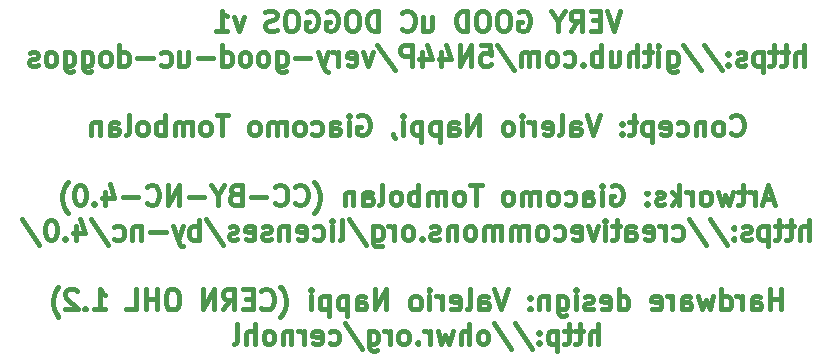
<source format=gbo>
G04 #@! TF.GenerationSoftware,KiCad,Pcbnew,(5.1.4)-1*
G04 #@! TF.CreationDate,2019-10-03T10:29:34+02:00*
G04 #@! TF.ProjectId,regalodilara,72656761-6c6f-4646-996c-6172612e6b69,rev?*
G04 #@! TF.SameCoordinates,Original*
G04 #@! TF.FileFunction,Legend,Bot*
G04 #@! TF.FilePolarity,Positive*
%FSLAX46Y46*%
G04 Gerber Fmt 4.6, Leading zero omitted, Abs format (unit mm)*
G04 Created by KiCad (PCBNEW (5.1.4)-1) date 2019-10-03 10:29:34*
%MOMM*%
%LPD*%
G04 APERTURE LIST*
%ADD10C,0.400000*%
%ADD11O,1.700000X1.700000*%
%ADD12R,1.700000X1.700000*%
%ADD13O,1.200000X1.900000*%
%ADD14C,1.450000*%
%ADD15C,0.100000*%
%ADD16C,3.500000*%
%ADD17C,3.000000*%
%ADD18R,3.500000X3.500000*%
%ADD19C,1.500000*%
G04 APERTURE END LIST*
D10*
X167222380Y-110784047D02*
X166655714Y-112484047D01*
X166089047Y-110784047D01*
X165522380Y-111593571D02*
X164955714Y-111593571D01*
X164712857Y-112484047D02*
X165522380Y-112484047D01*
X165522380Y-110784047D01*
X164712857Y-110784047D01*
X163012857Y-112484047D02*
X163579523Y-111674523D01*
X163984285Y-112484047D02*
X163984285Y-110784047D01*
X163336666Y-110784047D01*
X163174761Y-110865000D01*
X163093809Y-110945952D01*
X163012857Y-111107857D01*
X163012857Y-111350714D01*
X163093809Y-111512619D01*
X163174761Y-111593571D01*
X163336666Y-111674523D01*
X163984285Y-111674523D01*
X161960476Y-111674523D02*
X161960476Y-112484047D01*
X162527142Y-110784047D02*
X161960476Y-111674523D01*
X161393809Y-110784047D01*
X158641428Y-110865000D02*
X158803333Y-110784047D01*
X159046190Y-110784047D01*
X159289047Y-110865000D01*
X159450952Y-111026904D01*
X159531904Y-111188809D01*
X159612857Y-111512619D01*
X159612857Y-111755476D01*
X159531904Y-112079285D01*
X159450952Y-112241190D01*
X159289047Y-112403095D01*
X159046190Y-112484047D01*
X158884285Y-112484047D01*
X158641428Y-112403095D01*
X158560476Y-112322142D01*
X158560476Y-111755476D01*
X158884285Y-111755476D01*
X157508095Y-110784047D02*
X157184285Y-110784047D01*
X157022380Y-110865000D01*
X156860476Y-111026904D01*
X156779523Y-111350714D01*
X156779523Y-111917380D01*
X156860476Y-112241190D01*
X157022380Y-112403095D01*
X157184285Y-112484047D01*
X157508095Y-112484047D01*
X157670000Y-112403095D01*
X157831904Y-112241190D01*
X157912857Y-111917380D01*
X157912857Y-111350714D01*
X157831904Y-111026904D01*
X157670000Y-110865000D01*
X157508095Y-110784047D01*
X155727142Y-110784047D02*
X155403333Y-110784047D01*
X155241428Y-110865000D01*
X155079523Y-111026904D01*
X154998571Y-111350714D01*
X154998571Y-111917380D01*
X155079523Y-112241190D01*
X155241428Y-112403095D01*
X155403333Y-112484047D01*
X155727142Y-112484047D01*
X155889047Y-112403095D01*
X156050952Y-112241190D01*
X156131904Y-111917380D01*
X156131904Y-111350714D01*
X156050952Y-111026904D01*
X155889047Y-110865000D01*
X155727142Y-110784047D01*
X154270000Y-112484047D02*
X154270000Y-110784047D01*
X153865238Y-110784047D01*
X153622380Y-110865000D01*
X153460476Y-111026904D01*
X153379523Y-111188809D01*
X153298571Y-111512619D01*
X153298571Y-111755476D01*
X153379523Y-112079285D01*
X153460476Y-112241190D01*
X153622380Y-112403095D01*
X153865238Y-112484047D01*
X154270000Y-112484047D01*
X150546190Y-111350714D02*
X150546190Y-112484047D01*
X151274761Y-111350714D02*
X151274761Y-112241190D01*
X151193809Y-112403095D01*
X151031904Y-112484047D01*
X150789047Y-112484047D01*
X150627142Y-112403095D01*
X150546190Y-112322142D01*
X148765238Y-112322142D02*
X148846190Y-112403095D01*
X149089047Y-112484047D01*
X149250952Y-112484047D01*
X149493809Y-112403095D01*
X149655714Y-112241190D01*
X149736666Y-112079285D01*
X149817619Y-111755476D01*
X149817619Y-111512619D01*
X149736666Y-111188809D01*
X149655714Y-111026904D01*
X149493809Y-110865000D01*
X149250952Y-110784047D01*
X149089047Y-110784047D01*
X148846190Y-110865000D01*
X148765238Y-110945952D01*
X146741428Y-112484047D02*
X146741428Y-110784047D01*
X146336666Y-110784047D01*
X146093809Y-110865000D01*
X145931904Y-111026904D01*
X145850952Y-111188809D01*
X145770000Y-111512619D01*
X145770000Y-111755476D01*
X145850952Y-112079285D01*
X145931904Y-112241190D01*
X146093809Y-112403095D01*
X146336666Y-112484047D01*
X146741428Y-112484047D01*
X144717619Y-110784047D02*
X144393809Y-110784047D01*
X144231904Y-110865000D01*
X144070000Y-111026904D01*
X143989047Y-111350714D01*
X143989047Y-111917380D01*
X144070000Y-112241190D01*
X144231904Y-112403095D01*
X144393809Y-112484047D01*
X144717619Y-112484047D01*
X144879523Y-112403095D01*
X145041428Y-112241190D01*
X145122380Y-111917380D01*
X145122380Y-111350714D01*
X145041428Y-111026904D01*
X144879523Y-110865000D01*
X144717619Y-110784047D01*
X142370000Y-110865000D02*
X142531904Y-110784047D01*
X142774761Y-110784047D01*
X143017619Y-110865000D01*
X143179523Y-111026904D01*
X143260476Y-111188809D01*
X143341428Y-111512619D01*
X143341428Y-111755476D01*
X143260476Y-112079285D01*
X143179523Y-112241190D01*
X143017619Y-112403095D01*
X142774761Y-112484047D01*
X142612857Y-112484047D01*
X142370000Y-112403095D01*
X142289047Y-112322142D01*
X142289047Y-111755476D01*
X142612857Y-111755476D01*
X140670000Y-110865000D02*
X140831904Y-110784047D01*
X141074761Y-110784047D01*
X141317619Y-110865000D01*
X141479523Y-111026904D01*
X141560476Y-111188809D01*
X141641428Y-111512619D01*
X141641428Y-111755476D01*
X141560476Y-112079285D01*
X141479523Y-112241190D01*
X141317619Y-112403095D01*
X141074761Y-112484047D01*
X140912857Y-112484047D01*
X140670000Y-112403095D01*
X140589047Y-112322142D01*
X140589047Y-111755476D01*
X140912857Y-111755476D01*
X139536666Y-110784047D02*
X139212857Y-110784047D01*
X139050952Y-110865000D01*
X138889047Y-111026904D01*
X138808095Y-111350714D01*
X138808095Y-111917380D01*
X138889047Y-112241190D01*
X139050952Y-112403095D01*
X139212857Y-112484047D01*
X139536666Y-112484047D01*
X139698571Y-112403095D01*
X139860476Y-112241190D01*
X139941428Y-111917380D01*
X139941428Y-111350714D01*
X139860476Y-111026904D01*
X139698571Y-110865000D01*
X139536666Y-110784047D01*
X138160476Y-112403095D02*
X137917619Y-112484047D01*
X137512857Y-112484047D01*
X137350952Y-112403095D01*
X137270000Y-112322142D01*
X137189047Y-112160238D01*
X137189047Y-111998333D01*
X137270000Y-111836428D01*
X137350952Y-111755476D01*
X137512857Y-111674523D01*
X137836666Y-111593571D01*
X137998571Y-111512619D01*
X138079523Y-111431666D01*
X138160476Y-111269761D01*
X138160476Y-111107857D01*
X138079523Y-110945952D01*
X137998571Y-110865000D01*
X137836666Y-110784047D01*
X137431904Y-110784047D01*
X137189047Y-110865000D01*
X135327142Y-111350714D02*
X134922380Y-112484047D01*
X134517619Y-111350714D01*
X132979523Y-112484047D02*
X133950952Y-112484047D01*
X133465238Y-112484047D02*
X133465238Y-110784047D01*
X133627142Y-111026904D01*
X133789047Y-111188809D01*
X133950952Y-111269761D01*
X182765238Y-115434047D02*
X182765238Y-113734047D01*
X182036666Y-115434047D02*
X182036666Y-114543571D01*
X182117619Y-114381666D01*
X182279523Y-114300714D01*
X182522380Y-114300714D01*
X182684285Y-114381666D01*
X182765238Y-114462619D01*
X181470000Y-114300714D02*
X180822380Y-114300714D01*
X181227142Y-113734047D02*
X181227142Y-115191190D01*
X181146190Y-115353095D01*
X180984285Y-115434047D01*
X180822380Y-115434047D01*
X180498571Y-114300714D02*
X179850952Y-114300714D01*
X180255714Y-113734047D02*
X180255714Y-115191190D01*
X180174761Y-115353095D01*
X180012857Y-115434047D01*
X179850952Y-115434047D01*
X179284285Y-114300714D02*
X179284285Y-116000714D01*
X179284285Y-114381666D02*
X179122380Y-114300714D01*
X178798571Y-114300714D01*
X178636666Y-114381666D01*
X178555714Y-114462619D01*
X178474761Y-114624523D01*
X178474761Y-115110238D01*
X178555714Y-115272142D01*
X178636666Y-115353095D01*
X178798571Y-115434047D01*
X179122380Y-115434047D01*
X179284285Y-115353095D01*
X177827142Y-115353095D02*
X177665238Y-115434047D01*
X177341428Y-115434047D01*
X177179523Y-115353095D01*
X177098571Y-115191190D01*
X177098571Y-115110238D01*
X177179523Y-114948333D01*
X177341428Y-114867380D01*
X177584285Y-114867380D01*
X177746190Y-114786428D01*
X177827142Y-114624523D01*
X177827142Y-114543571D01*
X177746190Y-114381666D01*
X177584285Y-114300714D01*
X177341428Y-114300714D01*
X177179523Y-114381666D01*
X176370000Y-115272142D02*
X176289047Y-115353095D01*
X176370000Y-115434047D01*
X176450952Y-115353095D01*
X176370000Y-115272142D01*
X176370000Y-115434047D01*
X176370000Y-114381666D02*
X176289047Y-114462619D01*
X176370000Y-114543571D01*
X176450952Y-114462619D01*
X176370000Y-114381666D01*
X176370000Y-114543571D01*
X174346190Y-113653095D02*
X175803333Y-115838809D01*
X172565238Y-113653095D02*
X174022380Y-115838809D01*
X171270000Y-114300714D02*
X171270000Y-115676904D01*
X171350952Y-115838809D01*
X171431904Y-115919761D01*
X171593809Y-116000714D01*
X171836666Y-116000714D01*
X171998571Y-115919761D01*
X171270000Y-115353095D02*
X171431904Y-115434047D01*
X171755714Y-115434047D01*
X171917619Y-115353095D01*
X171998571Y-115272142D01*
X172079523Y-115110238D01*
X172079523Y-114624523D01*
X171998571Y-114462619D01*
X171917619Y-114381666D01*
X171755714Y-114300714D01*
X171431904Y-114300714D01*
X171270000Y-114381666D01*
X170460476Y-115434047D02*
X170460476Y-114300714D01*
X170460476Y-113734047D02*
X170541428Y-113815000D01*
X170460476Y-113895952D01*
X170379523Y-113815000D01*
X170460476Y-113734047D01*
X170460476Y-113895952D01*
X169893809Y-114300714D02*
X169246190Y-114300714D01*
X169650952Y-113734047D02*
X169650952Y-115191190D01*
X169570000Y-115353095D01*
X169408095Y-115434047D01*
X169246190Y-115434047D01*
X168679523Y-115434047D02*
X168679523Y-113734047D01*
X167950952Y-115434047D02*
X167950952Y-114543571D01*
X168031904Y-114381666D01*
X168193809Y-114300714D01*
X168436666Y-114300714D01*
X168598571Y-114381666D01*
X168679523Y-114462619D01*
X166412857Y-114300714D02*
X166412857Y-115434047D01*
X167141428Y-114300714D02*
X167141428Y-115191190D01*
X167060476Y-115353095D01*
X166898571Y-115434047D01*
X166655714Y-115434047D01*
X166493809Y-115353095D01*
X166412857Y-115272142D01*
X165603333Y-115434047D02*
X165603333Y-113734047D01*
X165603333Y-114381666D02*
X165441428Y-114300714D01*
X165117619Y-114300714D01*
X164955714Y-114381666D01*
X164874761Y-114462619D01*
X164793809Y-114624523D01*
X164793809Y-115110238D01*
X164874761Y-115272142D01*
X164955714Y-115353095D01*
X165117619Y-115434047D01*
X165441428Y-115434047D01*
X165603333Y-115353095D01*
X164065238Y-115272142D02*
X163984285Y-115353095D01*
X164065238Y-115434047D01*
X164146190Y-115353095D01*
X164065238Y-115272142D01*
X164065238Y-115434047D01*
X162527142Y-115353095D02*
X162689047Y-115434047D01*
X163012857Y-115434047D01*
X163174761Y-115353095D01*
X163255714Y-115272142D01*
X163336666Y-115110238D01*
X163336666Y-114624523D01*
X163255714Y-114462619D01*
X163174761Y-114381666D01*
X163012857Y-114300714D01*
X162689047Y-114300714D01*
X162527142Y-114381666D01*
X161555714Y-115434047D02*
X161717619Y-115353095D01*
X161798571Y-115272142D01*
X161879523Y-115110238D01*
X161879523Y-114624523D01*
X161798571Y-114462619D01*
X161717619Y-114381666D01*
X161555714Y-114300714D01*
X161312857Y-114300714D01*
X161150952Y-114381666D01*
X161070000Y-114462619D01*
X160989047Y-114624523D01*
X160989047Y-115110238D01*
X161070000Y-115272142D01*
X161150952Y-115353095D01*
X161312857Y-115434047D01*
X161555714Y-115434047D01*
X160260476Y-115434047D02*
X160260476Y-114300714D01*
X160260476Y-114462619D02*
X160179523Y-114381666D01*
X160017619Y-114300714D01*
X159774761Y-114300714D01*
X159612857Y-114381666D01*
X159531904Y-114543571D01*
X159531904Y-115434047D01*
X159531904Y-114543571D02*
X159450952Y-114381666D01*
X159289047Y-114300714D01*
X159046190Y-114300714D01*
X158884285Y-114381666D01*
X158803333Y-114543571D01*
X158803333Y-115434047D01*
X156779523Y-113653095D02*
X158236666Y-115838809D01*
X155403333Y-113734047D02*
X156212857Y-113734047D01*
X156293809Y-114543571D01*
X156212857Y-114462619D01*
X156050952Y-114381666D01*
X155646190Y-114381666D01*
X155484285Y-114462619D01*
X155403333Y-114543571D01*
X155322380Y-114705476D01*
X155322380Y-115110238D01*
X155403333Y-115272142D01*
X155484285Y-115353095D01*
X155646190Y-115434047D01*
X156050952Y-115434047D01*
X156212857Y-115353095D01*
X156293809Y-115272142D01*
X154593809Y-115434047D02*
X154593809Y-113734047D01*
X153622380Y-115434047D01*
X153622380Y-113734047D01*
X152084285Y-114300714D02*
X152084285Y-115434047D01*
X152489047Y-113653095D02*
X152893809Y-114867380D01*
X151841428Y-114867380D01*
X150465238Y-114300714D02*
X150465238Y-115434047D01*
X150870000Y-113653095D02*
X151274761Y-114867380D01*
X150222380Y-114867380D01*
X149574761Y-115434047D02*
X149574761Y-113734047D01*
X148927142Y-113734047D01*
X148765238Y-113815000D01*
X148684285Y-113895952D01*
X148603333Y-114057857D01*
X148603333Y-114300714D01*
X148684285Y-114462619D01*
X148765238Y-114543571D01*
X148927142Y-114624523D01*
X149574761Y-114624523D01*
X146660476Y-113653095D02*
X148117619Y-115838809D01*
X146255714Y-114300714D02*
X145850952Y-115434047D01*
X145446190Y-114300714D01*
X144150952Y-115353095D02*
X144312857Y-115434047D01*
X144636666Y-115434047D01*
X144798571Y-115353095D01*
X144879523Y-115191190D01*
X144879523Y-114543571D01*
X144798571Y-114381666D01*
X144636666Y-114300714D01*
X144312857Y-114300714D01*
X144150952Y-114381666D01*
X144070000Y-114543571D01*
X144070000Y-114705476D01*
X144879523Y-114867380D01*
X143341428Y-115434047D02*
X143341428Y-114300714D01*
X143341428Y-114624523D02*
X143260476Y-114462619D01*
X143179523Y-114381666D01*
X143017619Y-114300714D01*
X142855714Y-114300714D01*
X142450952Y-114300714D02*
X142046190Y-115434047D01*
X141641428Y-114300714D02*
X142046190Y-115434047D01*
X142208095Y-115838809D01*
X142289047Y-115919761D01*
X142450952Y-116000714D01*
X140993809Y-114786428D02*
X139698571Y-114786428D01*
X138160476Y-114300714D02*
X138160476Y-115676904D01*
X138241428Y-115838809D01*
X138322380Y-115919761D01*
X138484285Y-116000714D01*
X138727142Y-116000714D01*
X138889047Y-115919761D01*
X138160476Y-115353095D02*
X138322380Y-115434047D01*
X138646190Y-115434047D01*
X138808095Y-115353095D01*
X138889047Y-115272142D01*
X138970000Y-115110238D01*
X138970000Y-114624523D01*
X138889047Y-114462619D01*
X138808095Y-114381666D01*
X138646190Y-114300714D01*
X138322380Y-114300714D01*
X138160476Y-114381666D01*
X137108095Y-115434047D02*
X137270000Y-115353095D01*
X137350952Y-115272142D01*
X137431904Y-115110238D01*
X137431904Y-114624523D01*
X137350952Y-114462619D01*
X137270000Y-114381666D01*
X137108095Y-114300714D01*
X136865238Y-114300714D01*
X136703333Y-114381666D01*
X136622380Y-114462619D01*
X136541428Y-114624523D01*
X136541428Y-115110238D01*
X136622380Y-115272142D01*
X136703333Y-115353095D01*
X136865238Y-115434047D01*
X137108095Y-115434047D01*
X135570000Y-115434047D02*
X135731904Y-115353095D01*
X135812857Y-115272142D01*
X135893809Y-115110238D01*
X135893809Y-114624523D01*
X135812857Y-114462619D01*
X135731904Y-114381666D01*
X135570000Y-114300714D01*
X135327142Y-114300714D01*
X135165238Y-114381666D01*
X135084285Y-114462619D01*
X135003333Y-114624523D01*
X135003333Y-115110238D01*
X135084285Y-115272142D01*
X135165238Y-115353095D01*
X135327142Y-115434047D01*
X135570000Y-115434047D01*
X133546190Y-115434047D02*
X133546190Y-113734047D01*
X133546190Y-115353095D02*
X133708095Y-115434047D01*
X134031904Y-115434047D01*
X134193809Y-115353095D01*
X134274761Y-115272142D01*
X134355714Y-115110238D01*
X134355714Y-114624523D01*
X134274761Y-114462619D01*
X134193809Y-114381666D01*
X134031904Y-114300714D01*
X133708095Y-114300714D01*
X133546190Y-114381666D01*
X132736666Y-114786428D02*
X131441428Y-114786428D01*
X129903333Y-114300714D02*
X129903333Y-115434047D01*
X130631904Y-114300714D02*
X130631904Y-115191190D01*
X130550952Y-115353095D01*
X130389047Y-115434047D01*
X130146190Y-115434047D01*
X129984285Y-115353095D01*
X129903333Y-115272142D01*
X128365238Y-115353095D02*
X128527142Y-115434047D01*
X128850952Y-115434047D01*
X129012857Y-115353095D01*
X129093809Y-115272142D01*
X129174761Y-115110238D01*
X129174761Y-114624523D01*
X129093809Y-114462619D01*
X129012857Y-114381666D01*
X128850952Y-114300714D01*
X128527142Y-114300714D01*
X128365238Y-114381666D01*
X127636666Y-114786428D02*
X126341428Y-114786428D01*
X124803333Y-115434047D02*
X124803333Y-113734047D01*
X124803333Y-115353095D02*
X124965238Y-115434047D01*
X125289047Y-115434047D01*
X125450952Y-115353095D01*
X125531904Y-115272142D01*
X125612857Y-115110238D01*
X125612857Y-114624523D01*
X125531904Y-114462619D01*
X125450952Y-114381666D01*
X125289047Y-114300714D01*
X124965238Y-114300714D01*
X124803333Y-114381666D01*
X123750952Y-115434047D02*
X123912857Y-115353095D01*
X123993809Y-115272142D01*
X124074761Y-115110238D01*
X124074761Y-114624523D01*
X123993809Y-114462619D01*
X123912857Y-114381666D01*
X123750952Y-114300714D01*
X123508095Y-114300714D01*
X123346190Y-114381666D01*
X123265238Y-114462619D01*
X123184285Y-114624523D01*
X123184285Y-115110238D01*
X123265238Y-115272142D01*
X123346190Y-115353095D01*
X123508095Y-115434047D01*
X123750952Y-115434047D01*
X121727142Y-114300714D02*
X121727142Y-115676904D01*
X121808095Y-115838809D01*
X121889047Y-115919761D01*
X122050952Y-116000714D01*
X122293809Y-116000714D01*
X122455714Y-115919761D01*
X121727142Y-115353095D02*
X121889047Y-115434047D01*
X122212857Y-115434047D01*
X122374761Y-115353095D01*
X122455714Y-115272142D01*
X122536666Y-115110238D01*
X122536666Y-114624523D01*
X122455714Y-114462619D01*
X122374761Y-114381666D01*
X122212857Y-114300714D01*
X121889047Y-114300714D01*
X121727142Y-114381666D01*
X120189047Y-114300714D02*
X120189047Y-115676904D01*
X120270000Y-115838809D01*
X120350952Y-115919761D01*
X120512857Y-116000714D01*
X120755714Y-116000714D01*
X120917619Y-115919761D01*
X120189047Y-115353095D02*
X120350952Y-115434047D01*
X120674761Y-115434047D01*
X120836666Y-115353095D01*
X120917619Y-115272142D01*
X120998571Y-115110238D01*
X120998571Y-114624523D01*
X120917619Y-114462619D01*
X120836666Y-114381666D01*
X120674761Y-114300714D01*
X120350952Y-114300714D01*
X120189047Y-114381666D01*
X119136666Y-115434047D02*
X119298571Y-115353095D01*
X119379523Y-115272142D01*
X119460476Y-115110238D01*
X119460476Y-114624523D01*
X119379523Y-114462619D01*
X119298571Y-114381666D01*
X119136666Y-114300714D01*
X118893809Y-114300714D01*
X118731904Y-114381666D01*
X118650952Y-114462619D01*
X118570000Y-114624523D01*
X118570000Y-115110238D01*
X118650952Y-115272142D01*
X118731904Y-115353095D01*
X118893809Y-115434047D01*
X119136666Y-115434047D01*
X117922380Y-115353095D02*
X117760476Y-115434047D01*
X117436666Y-115434047D01*
X117274761Y-115353095D01*
X117193809Y-115191190D01*
X117193809Y-115110238D01*
X117274761Y-114948333D01*
X117436666Y-114867380D01*
X117679523Y-114867380D01*
X117841428Y-114786428D01*
X117922380Y-114624523D01*
X117922380Y-114543571D01*
X117841428Y-114381666D01*
X117679523Y-114300714D01*
X117436666Y-114300714D01*
X117274761Y-114381666D01*
X176612857Y-121172142D02*
X176693809Y-121253095D01*
X176936666Y-121334047D01*
X177098571Y-121334047D01*
X177341428Y-121253095D01*
X177503333Y-121091190D01*
X177584285Y-120929285D01*
X177665238Y-120605476D01*
X177665238Y-120362619D01*
X177584285Y-120038809D01*
X177503333Y-119876904D01*
X177341428Y-119715000D01*
X177098571Y-119634047D01*
X176936666Y-119634047D01*
X176693809Y-119715000D01*
X176612857Y-119795952D01*
X175641428Y-121334047D02*
X175803333Y-121253095D01*
X175884285Y-121172142D01*
X175965238Y-121010238D01*
X175965238Y-120524523D01*
X175884285Y-120362619D01*
X175803333Y-120281666D01*
X175641428Y-120200714D01*
X175398571Y-120200714D01*
X175236666Y-120281666D01*
X175155714Y-120362619D01*
X175074761Y-120524523D01*
X175074761Y-121010238D01*
X175155714Y-121172142D01*
X175236666Y-121253095D01*
X175398571Y-121334047D01*
X175641428Y-121334047D01*
X174346190Y-120200714D02*
X174346190Y-121334047D01*
X174346190Y-120362619D02*
X174265238Y-120281666D01*
X174103333Y-120200714D01*
X173860476Y-120200714D01*
X173698571Y-120281666D01*
X173617619Y-120443571D01*
X173617619Y-121334047D01*
X172079523Y-121253095D02*
X172241428Y-121334047D01*
X172565238Y-121334047D01*
X172727142Y-121253095D01*
X172808095Y-121172142D01*
X172889047Y-121010238D01*
X172889047Y-120524523D01*
X172808095Y-120362619D01*
X172727142Y-120281666D01*
X172565238Y-120200714D01*
X172241428Y-120200714D01*
X172079523Y-120281666D01*
X170703333Y-121253095D02*
X170865238Y-121334047D01*
X171189047Y-121334047D01*
X171350952Y-121253095D01*
X171431904Y-121091190D01*
X171431904Y-120443571D01*
X171350952Y-120281666D01*
X171189047Y-120200714D01*
X170865238Y-120200714D01*
X170703333Y-120281666D01*
X170622380Y-120443571D01*
X170622380Y-120605476D01*
X171431904Y-120767380D01*
X169893809Y-120200714D02*
X169893809Y-121900714D01*
X169893809Y-120281666D02*
X169731904Y-120200714D01*
X169408095Y-120200714D01*
X169246190Y-120281666D01*
X169165238Y-120362619D01*
X169084285Y-120524523D01*
X169084285Y-121010238D01*
X169165238Y-121172142D01*
X169246190Y-121253095D01*
X169408095Y-121334047D01*
X169731904Y-121334047D01*
X169893809Y-121253095D01*
X168598571Y-120200714D02*
X167950952Y-120200714D01*
X168355714Y-119634047D02*
X168355714Y-121091190D01*
X168274761Y-121253095D01*
X168112857Y-121334047D01*
X167950952Y-121334047D01*
X167384285Y-121172142D02*
X167303333Y-121253095D01*
X167384285Y-121334047D01*
X167465238Y-121253095D01*
X167384285Y-121172142D01*
X167384285Y-121334047D01*
X167384285Y-120281666D02*
X167303333Y-120362619D01*
X167384285Y-120443571D01*
X167465238Y-120362619D01*
X167384285Y-120281666D01*
X167384285Y-120443571D01*
X165522380Y-119634047D02*
X164955714Y-121334047D01*
X164389047Y-119634047D01*
X163093809Y-121334047D02*
X163093809Y-120443571D01*
X163174761Y-120281666D01*
X163336666Y-120200714D01*
X163660476Y-120200714D01*
X163822380Y-120281666D01*
X163093809Y-121253095D02*
X163255714Y-121334047D01*
X163660476Y-121334047D01*
X163822380Y-121253095D01*
X163903333Y-121091190D01*
X163903333Y-120929285D01*
X163822380Y-120767380D01*
X163660476Y-120686428D01*
X163255714Y-120686428D01*
X163093809Y-120605476D01*
X162041428Y-121334047D02*
X162203333Y-121253095D01*
X162284285Y-121091190D01*
X162284285Y-119634047D01*
X160746190Y-121253095D02*
X160908095Y-121334047D01*
X161231904Y-121334047D01*
X161393809Y-121253095D01*
X161474761Y-121091190D01*
X161474761Y-120443571D01*
X161393809Y-120281666D01*
X161231904Y-120200714D01*
X160908095Y-120200714D01*
X160746190Y-120281666D01*
X160665238Y-120443571D01*
X160665238Y-120605476D01*
X161474761Y-120767380D01*
X159936666Y-121334047D02*
X159936666Y-120200714D01*
X159936666Y-120524523D02*
X159855714Y-120362619D01*
X159774761Y-120281666D01*
X159612857Y-120200714D01*
X159450952Y-120200714D01*
X158884285Y-121334047D02*
X158884285Y-120200714D01*
X158884285Y-119634047D02*
X158965238Y-119715000D01*
X158884285Y-119795952D01*
X158803333Y-119715000D01*
X158884285Y-119634047D01*
X158884285Y-119795952D01*
X157831904Y-121334047D02*
X157993809Y-121253095D01*
X158074761Y-121172142D01*
X158155714Y-121010238D01*
X158155714Y-120524523D01*
X158074761Y-120362619D01*
X157993809Y-120281666D01*
X157831904Y-120200714D01*
X157589047Y-120200714D01*
X157427142Y-120281666D01*
X157346190Y-120362619D01*
X157265238Y-120524523D01*
X157265238Y-121010238D01*
X157346190Y-121172142D01*
X157427142Y-121253095D01*
X157589047Y-121334047D01*
X157831904Y-121334047D01*
X155241428Y-121334047D02*
X155241428Y-119634047D01*
X154270000Y-121334047D01*
X154270000Y-119634047D01*
X152731904Y-121334047D02*
X152731904Y-120443571D01*
X152812857Y-120281666D01*
X152974761Y-120200714D01*
X153298571Y-120200714D01*
X153460476Y-120281666D01*
X152731904Y-121253095D02*
X152893809Y-121334047D01*
X153298571Y-121334047D01*
X153460476Y-121253095D01*
X153541428Y-121091190D01*
X153541428Y-120929285D01*
X153460476Y-120767380D01*
X153298571Y-120686428D01*
X152893809Y-120686428D01*
X152731904Y-120605476D01*
X151922380Y-120200714D02*
X151922380Y-121900714D01*
X151922380Y-120281666D02*
X151760476Y-120200714D01*
X151436666Y-120200714D01*
X151274761Y-120281666D01*
X151193809Y-120362619D01*
X151112857Y-120524523D01*
X151112857Y-121010238D01*
X151193809Y-121172142D01*
X151274761Y-121253095D01*
X151436666Y-121334047D01*
X151760476Y-121334047D01*
X151922380Y-121253095D01*
X150384285Y-120200714D02*
X150384285Y-121900714D01*
X150384285Y-120281666D02*
X150222380Y-120200714D01*
X149898571Y-120200714D01*
X149736666Y-120281666D01*
X149655714Y-120362619D01*
X149574761Y-120524523D01*
X149574761Y-121010238D01*
X149655714Y-121172142D01*
X149736666Y-121253095D01*
X149898571Y-121334047D01*
X150222380Y-121334047D01*
X150384285Y-121253095D01*
X148846190Y-121334047D02*
X148846190Y-120200714D01*
X148846190Y-119634047D02*
X148927142Y-119715000D01*
X148846190Y-119795952D01*
X148765238Y-119715000D01*
X148846190Y-119634047D01*
X148846190Y-119795952D01*
X147955714Y-121253095D02*
X147955714Y-121334047D01*
X148036666Y-121495952D01*
X148117619Y-121576904D01*
X145041428Y-119715000D02*
X145203333Y-119634047D01*
X145446190Y-119634047D01*
X145689047Y-119715000D01*
X145850952Y-119876904D01*
X145931904Y-120038809D01*
X146012857Y-120362619D01*
X146012857Y-120605476D01*
X145931904Y-120929285D01*
X145850952Y-121091190D01*
X145689047Y-121253095D01*
X145446190Y-121334047D01*
X145284285Y-121334047D01*
X145041428Y-121253095D01*
X144960476Y-121172142D01*
X144960476Y-120605476D01*
X145284285Y-120605476D01*
X144231904Y-121334047D02*
X144231904Y-120200714D01*
X144231904Y-119634047D02*
X144312857Y-119715000D01*
X144231904Y-119795952D01*
X144150952Y-119715000D01*
X144231904Y-119634047D01*
X144231904Y-119795952D01*
X142693809Y-121334047D02*
X142693809Y-120443571D01*
X142774761Y-120281666D01*
X142936666Y-120200714D01*
X143260476Y-120200714D01*
X143422380Y-120281666D01*
X142693809Y-121253095D02*
X142855714Y-121334047D01*
X143260476Y-121334047D01*
X143422380Y-121253095D01*
X143503333Y-121091190D01*
X143503333Y-120929285D01*
X143422380Y-120767380D01*
X143260476Y-120686428D01*
X142855714Y-120686428D01*
X142693809Y-120605476D01*
X141155714Y-121253095D02*
X141317619Y-121334047D01*
X141641428Y-121334047D01*
X141803333Y-121253095D01*
X141884285Y-121172142D01*
X141965238Y-121010238D01*
X141965238Y-120524523D01*
X141884285Y-120362619D01*
X141803333Y-120281666D01*
X141641428Y-120200714D01*
X141317619Y-120200714D01*
X141155714Y-120281666D01*
X140184285Y-121334047D02*
X140346190Y-121253095D01*
X140427142Y-121172142D01*
X140508095Y-121010238D01*
X140508095Y-120524523D01*
X140427142Y-120362619D01*
X140346190Y-120281666D01*
X140184285Y-120200714D01*
X139941428Y-120200714D01*
X139779523Y-120281666D01*
X139698571Y-120362619D01*
X139617619Y-120524523D01*
X139617619Y-121010238D01*
X139698571Y-121172142D01*
X139779523Y-121253095D01*
X139941428Y-121334047D01*
X140184285Y-121334047D01*
X138889047Y-121334047D02*
X138889047Y-120200714D01*
X138889047Y-120362619D02*
X138808095Y-120281666D01*
X138646190Y-120200714D01*
X138403333Y-120200714D01*
X138241428Y-120281666D01*
X138160476Y-120443571D01*
X138160476Y-121334047D01*
X138160476Y-120443571D02*
X138079523Y-120281666D01*
X137917619Y-120200714D01*
X137674761Y-120200714D01*
X137512857Y-120281666D01*
X137431904Y-120443571D01*
X137431904Y-121334047D01*
X136379523Y-121334047D02*
X136541428Y-121253095D01*
X136622380Y-121172142D01*
X136703333Y-121010238D01*
X136703333Y-120524523D01*
X136622380Y-120362619D01*
X136541428Y-120281666D01*
X136379523Y-120200714D01*
X136136666Y-120200714D01*
X135974761Y-120281666D01*
X135893809Y-120362619D01*
X135812857Y-120524523D01*
X135812857Y-121010238D01*
X135893809Y-121172142D01*
X135974761Y-121253095D01*
X136136666Y-121334047D01*
X136379523Y-121334047D01*
X134031904Y-119634047D02*
X133060476Y-119634047D01*
X133546190Y-121334047D02*
X133546190Y-119634047D01*
X132250952Y-121334047D02*
X132412857Y-121253095D01*
X132493809Y-121172142D01*
X132574761Y-121010238D01*
X132574761Y-120524523D01*
X132493809Y-120362619D01*
X132412857Y-120281666D01*
X132250952Y-120200714D01*
X132008095Y-120200714D01*
X131846190Y-120281666D01*
X131765238Y-120362619D01*
X131684285Y-120524523D01*
X131684285Y-121010238D01*
X131765238Y-121172142D01*
X131846190Y-121253095D01*
X132008095Y-121334047D01*
X132250952Y-121334047D01*
X130955714Y-121334047D02*
X130955714Y-120200714D01*
X130955714Y-120362619D02*
X130874761Y-120281666D01*
X130712857Y-120200714D01*
X130470000Y-120200714D01*
X130308095Y-120281666D01*
X130227142Y-120443571D01*
X130227142Y-121334047D01*
X130227142Y-120443571D02*
X130146190Y-120281666D01*
X129984285Y-120200714D01*
X129741428Y-120200714D01*
X129579523Y-120281666D01*
X129498571Y-120443571D01*
X129498571Y-121334047D01*
X128689047Y-121334047D02*
X128689047Y-119634047D01*
X128689047Y-120281666D02*
X128527142Y-120200714D01*
X128203333Y-120200714D01*
X128041428Y-120281666D01*
X127960476Y-120362619D01*
X127879523Y-120524523D01*
X127879523Y-121010238D01*
X127960476Y-121172142D01*
X128041428Y-121253095D01*
X128203333Y-121334047D01*
X128527142Y-121334047D01*
X128689047Y-121253095D01*
X126908095Y-121334047D02*
X127070000Y-121253095D01*
X127150952Y-121172142D01*
X127231904Y-121010238D01*
X127231904Y-120524523D01*
X127150952Y-120362619D01*
X127070000Y-120281666D01*
X126908095Y-120200714D01*
X126665238Y-120200714D01*
X126503333Y-120281666D01*
X126422380Y-120362619D01*
X126341428Y-120524523D01*
X126341428Y-121010238D01*
X126422380Y-121172142D01*
X126503333Y-121253095D01*
X126665238Y-121334047D01*
X126908095Y-121334047D01*
X125370000Y-121334047D02*
X125531904Y-121253095D01*
X125612857Y-121091190D01*
X125612857Y-119634047D01*
X123993809Y-121334047D02*
X123993809Y-120443571D01*
X124074761Y-120281666D01*
X124236666Y-120200714D01*
X124560476Y-120200714D01*
X124722380Y-120281666D01*
X123993809Y-121253095D02*
X124155714Y-121334047D01*
X124560476Y-121334047D01*
X124722380Y-121253095D01*
X124803333Y-121091190D01*
X124803333Y-120929285D01*
X124722380Y-120767380D01*
X124560476Y-120686428D01*
X124155714Y-120686428D01*
X123993809Y-120605476D01*
X123184285Y-120200714D02*
X123184285Y-121334047D01*
X123184285Y-120362619D02*
X123103333Y-120281666D01*
X122941428Y-120200714D01*
X122698571Y-120200714D01*
X122536666Y-120281666D01*
X122455714Y-120443571D01*
X122455714Y-121334047D01*
X180174761Y-126748333D02*
X179365238Y-126748333D01*
X180336666Y-127234047D02*
X179770000Y-125534047D01*
X179203333Y-127234047D01*
X178636666Y-127234047D02*
X178636666Y-126100714D01*
X178636666Y-126424523D02*
X178555714Y-126262619D01*
X178474761Y-126181666D01*
X178312857Y-126100714D01*
X178150952Y-126100714D01*
X177827142Y-126100714D02*
X177179523Y-126100714D01*
X177584285Y-125534047D02*
X177584285Y-126991190D01*
X177503333Y-127153095D01*
X177341428Y-127234047D01*
X177179523Y-127234047D01*
X176774761Y-126100714D02*
X176450952Y-127234047D01*
X176127142Y-126424523D01*
X175803333Y-127234047D01*
X175479523Y-126100714D01*
X174589047Y-127234047D02*
X174750952Y-127153095D01*
X174831904Y-127072142D01*
X174912857Y-126910238D01*
X174912857Y-126424523D01*
X174831904Y-126262619D01*
X174750952Y-126181666D01*
X174589047Y-126100714D01*
X174346190Y-126100714D01*
X174184285Y-126181666D01*
X174103333Y-126262619D01*
X174022380Y-126424523D01*
X174022380Y-126910238D01*
X174103333Y-127072142D01*
X174184285Y-127153095D01*
X174346190Y-127234047D01*
X174589047Y-127234047D01*
X173293809Y-127234047D02*
X173293809Y-126100714D01*
X173293809Y-126424523D02*
X173212857Y-126262619D01*
X173131904Y-126181666D01*
X172970000Y-126100714D01*
X172808095Y-126100714D01*
X172241428Y-127234047D02*
X172241428Y-125534047D01*
X172079523Y-126586428D02*
X171593809Y-127234047D01*
X171593809Y-126100714D02*
X172241428Y-126748333D01*
X170946190Y-127153095D02*
X170784285Y-127234047D01*
X170460476Y-127234047D01*
X170298571Y-127153095D01*
X170217619Y-126991190D01*
X170217619Y-126910238D01*
X170298571Y-126748333D01*
X170460476Y-126667380D01*
X170703333Y-126667380D01*
X170865238Y-126586428D01*
X170946190Y-126424523D01*
X170946190Y-126343571D01*
X170865238Y-126181666D01*
X170703333Y-126100714D01*
X170460476Y-126100714D01*
X170298571Y-126181666D01*
X169489047Y-127072142D02*
X169408095Y-127153095D01*
X169489047Y-127234047D01*
X169569999Y-127153095D01*
X169489047Y-127072142D01*
X169489047Y-127234047D01*
X169489047Y-126181666D02*
X169408095Y-126262619D01*
X169489047Y-126343571D01*
X169569999Y-126262619D01*
X169489047Y-126181666D01*
X169489047Y-126343571D01*
X166493809Y-125615000D02*
X166655714Y-125534047D01*
X166898571Y-125534047D01*
X167141428Y-125615000D01*
X167303333Y-125776904D01*
X167384285Y-125938809D01*
X167465238Y-126262619D01*
X167465238Y-126505476D01*
X167384285Y-126829285D01*
X167303333Y-126991190D01*
X167141428Y-127153095D01*
X166898571Y-127234047D01*
X166736666Y-127234047D01*
X166493809Y-127153095D01*
X166412857Y-127072142D01*
X166412857Y-126505476D01*
X166736666Y-126505476D01*
X165684285Y-127234047D02*
X165684285Y-126100714D01*
X165684285Y-125534047D02*
X165765238Y-125615000D01*
X165684285Y-125695952D01*
X165603333Y-125615000D01*
X165684285Y-125534047D01*
X165684285Y-125695952D01*
X164146190Y-127234047D02*
X164146190Y-126343571D01*
X164227142Y-126181666D01*
X164389047Y-126100714D01*
X164712857Y-126100714D01*
X164874761Y-126181666D01*
X164146190Y-127153095D02*
X164308095Y-127234047D01*
X164712857Y-127234047D01*
X164874761Y-127153095D01*
X164955714Y-126991190D01*
X164955714Y-126829285D01*
X164874761Y-126667380D01*
X164712857Y-126586428D01*
X164308095Y-126586428D01*
X164146190Y-126505476D01*
X162608095Y-127153095D02*
X162769999Y-127234047D01*
X163093809Y-127234047D01*
X163255714Y-127153095D01*
X163336666Y-127072142D01*
X163417619Y-126910238D01*
X163417619Y-126424523D01*
X163336666Y-126262619D01*
X163255714Y-126181666D01*
X163093809Y-126100714D01*
X162769999Y-126100714D01*
X162608095Y-126181666D01*
X161636666Y-127234047D02*
X161798571Y-127153095D01*
X161879523Y-127072142D01*
X161960476Y-126910238D01*
X161960476Y-126424523D01*
X161879523Y-126262619D01*
X161798571Y-126181666D01*
X161636666Y-126100714D01*
X161393809Y-126100714D01*
X161231904Y-126181666D01*
X161150952Y-126262619D01*
X161069999Y-126424523D01*
X161069999Y-126910238D01*
X161150952Y-127072142D01*
X161231904Y-127153095D01*
X161393809Y-127234047D01*
X161636666Y-127234047D01*
X160341428Y-127234047D02*
X160341428Y-126100714D01*
X160341428Y-126262619D02*
X160260476Y-126181666D01*
X160098571Y-126100714D01*
X159855714Y-126100714D01*
X159693809Y-126181666D01*
X159612857Y-126343571D01*
X159612857Y-127234047D01*
X159612857Y-126343571D02*
X159531904Y-126181666D01*
X159369999Y-126100714D01*
X159127142Y-126100714D01*
X158965238Y-126181666D01*
X158884285Y-126343571D01*
X158884285Y-127234047D01*
X157831904Y-127234047D02*
X157993809Y-127153095D01*
X158074761Y-127072142D01*
X158155714Y-126910238D01*
X158155714Y-126424523D01*
X158074761Y-126262619D01*
X157993809Y-126181666D01*
X157831904Y-126100714D01*
X157589047Y-126100714D01*
X157427142Y-126181666D01*
X157346190Y-126262619D01*
X157265238Y-126424523D01*
X157265238Y-126910238D01*
X157346190Y-127072142D01*
X157427142Y-127153095D01*
X157589047Y-127234047D01*
X157831904Y-127234047D01*
X155484285Y-125534047D02*
X154512857Y-125534047D01*
X154998571Y-127234047D02*
X154998571Y-125534047D01*
X153703333Y-127234047D02*
X153865238Y-127153095D01*
X153946190Y-127072142D01*
X154027142Y-126910238D01*
X154027142Y-126424523D01*
X153946190Y-126262619D01*
X153865238Y-126181666D01*
X153703333Y-126100714D01*
X153460476Y-126100714D01*
X153298571Y-126181666D01*
X153217619Y-126262619D01*
X153136666Y-126424523D01*
X153136666Y-126910238D01*
X153217619Y-127072142D01*
X153298571Y-127153095D01*
X153460476Y-127234047D01*
X153703333Y-127234047D01*
X152408095Y-127234047D02*
X152408095Y-126100714D01*
X152408095Y-126262619D02*
X152327142Y-126181666D01*
X152165238Y-126100714D01*
X151922380Y-126100714D01*
X151760476Y-126181666D01*
X151679523Y-126343571D01*
X151679523Y-127234047D01*
X151679523Y-126343571D02*
X151598571Y-126181666D01*
X151436666Y-126100714D01*
X151193809Y-126100714D01*
X151031904Y-126181666D01*
X150950952Y-126343571D01*
X150950952Y-127234047D01*
X150141428Y-127234047D02*
X150141428Y-125534047D01*
X150141428Y-126181666D02*
X149979523Y-126100714D01*
X149655714Y-126100714D01*
X149493809Y-126181666D01*
X149412857Y-126262619D01*
X149331904Y-126424523D01*
X149331904Y-126910238D01*
X149412857Y-127072142D01*
X149493809Y-127153095D01*
X149655714Y-127234047D01*
X149979523Y-127234047D01*
X150141428Y-127153095D01*
X148360476Y-127234047D02*
X148522380Y-127153095D01*
X148603333Y-127072142D01*
X148684285Y-126910238D01*
X148684285Y-126424523D01*
X148603333Y-126262619D01*
X148522380Y-126181666D01*
X148360476Y-126100714D01*
X148117619Y-126100714D01*
X147955714Y-126181666D01*
X147874761Y-126262619D01*
X147793809Y-126424523D01*
X147793809Y-126910238D01*
X147874761Y-127072142D01*
X147955714Y-127153095D01*
X148117619Y-127234047D01*
X148360476Y-127234047D01*
X146822380Y-127234047D02*
X146984285Y-127153095D01*
X147065238Y-126991190D01*
X147065238Y-125534047D01*
X145446190Y-127234047D02*
X145446190Y-126343571D01*
X145527142Y-126181666D01*
X145689047Y-126100714D01*
X146012857Y-126100714D01*
X146174761Y-126181666D01*
X145446190Y-127153095D02*
X145608095Y-127234047D01*
X146012857Y-127234047D01*
X146174761Y-127153095D01*
X146255714Y-126991190D01*
X146255714Y-126829285D01*
X146174761Y-126667380D01*
X146012857Y-126586428D01*
X145608095Y-126586428D01*
X145446190Y-126505476D01*
X144636666Y-126100714D02*
X144636666Y-127234047D01*
X144636666Y-126262619D02*
X144555714Y-126181666D01*
X144393809Y-126100714D01*
X144150952Y-126100714D01*
X143989047Y-126181666D01*
X143908095Y-126343571D01*
X143908095Y-127234047D01*
X141317619Y-127881666D02*
X141398571Y-127800714D01*
X141560476Y-127557857D01*
X141641428Y-127395952D01*
X141722380Y-127153095D01*
X141803333Y-126748333D01*
X141803333Y-126424523D01*
X141722380Y-126019761D01*
X141641428Y-125776904D01*
X141560476Y-125615000D01*
X141398571Y-125372142D01*
X141317619Y-125291190D01*
X139698571Y-127072142D02*
X139779523Y-127153095D01*
X140022380Y-127234047D01*
X140184285Y-127234047D01*
X140427142Y-127153095D01*
X140589047Y-126991190D01*
X140669999Y-126829285D01*
X140750952Y-126505476D01*
X140750952Y-126262619D01*
X140669999Y-125938809D01*
X140589047Y-125776904D01*
X140427142Y-125615000D01*
X140184285Y-125534047D01*
X140022380Y-125534047D01*
X139779523Y-125615000D01*
X139698571Y-125695952D01*
X137998571Y-127072142D02*
X138079523Y-127153095D01*
X138322380Y-127234047D01*
X138484285Y-127234047D01*
X138727142Y-127153095D01*
X138889047Y-126991190D01*
X138969999Y-126829285D01*
X139050952Y-126505476D01*
X139050952Y-126262619D01*
X138969999Y-125938809D01*
X138889047Y-125776904D01*
X138727142Y-125615000D01*
X138484285Y-125534047D01*
X138322380Y-125534047D01*
X138079523Y-125615000D01*
X137998571Y-125695952D01*
X137269999Y-126586428D02*
X135974761Y-126586428D01*
X134598571Y-126343571D02*
X134355714Y-126424523D01*
X134274761Y-126505476D01*
X134193809Y-126667380D01*
X134193809Y-126910238D01*
X134274761Y-127072142D01*
X134355714Y-127153095D01*
X134517619Y-127234047D01*
X135165238Y-127234047D01*
X135165238Y-125534047D01*
X134598571Y-125534047D01*
X134436666Y-125615000D01*
X134355714Y-125695952D01*
X134274761Y-125857857D01*
X134274761Y-126019761D01*
X134355714Y-126181666D01*
X134436666Y-126262619D01*
X134598571Y-126343571D01*
X135165238Y-126343571D01*
X133141428Y-126424523D02*
X133141428Y-127234047D01*
X133708095Y-125534047D02*
X133141428Y-126424523D01*
X132574761Y-125534047D01*
X132008095Y-126586428D02*
X130712857Y-126586428D01*
X129903333Y-127234047D02*
X129903333Y-125534047D01*
X128931904Y-127234047D01*
X128931904Y-125534047D01*
X127150952Y-127072142D02*
X127231904Y-127153095D01*
X127474761Y-127234047D01*
X127636666Y-127234047D01*
X127879523Y-127153095D01*
X128041428Y-126991190D01*
X128122380Y-126829285D01*
X128203333Y-126505476D01*
X128203333Y-126262619D01*
X128122380Y-125938809D01*
X128041428Y-125776904D01*
X127879523Y-125615000D01*
X127636666Y-125534047D01*
X127474761Y-125534047D01*
X127231904Y-125615000D01*
X127150952Y-125695952D01*
X126422380Y-126586428D02*
X125127142Y-126586428D01*
X123589047Y-126100714D02*
X123589047Y-127234047D01*
X123993809Y-125453095D02*
X124398571Y-126667380D01*
X123346190Y-126667380D01*
X122698571Y-127072142D02*
X122617619Y-127153095D01*
X122698571Y-127234047D01*
X122779523Y-127153095D01*
X122698571Y-127072142D01*
X122698571Y-127234047D01*
X121565238Y-125534047D02*
X121403333Y-125534047D01*
X121241428Y-125615000D01*
X121160476Y-125695952D01*
X121079523Y-125857857D01*
X120998571Y-126181666D01*
X120998571Y-126586428D01*
X121079523Y-126910238D01*
X121160476Y-127072142D01*
X121241428Y-127153095D01*
X121403333Y-127234047D01*
X121565238Y-127234047D01*
X121727142Y-127153095D01*
X121808095Y-127072142D01*
X121889047Y-126910238D01*
X121969999Y-126586428D01*
X121969999Y-126181666D01*
X121889047Y-125857857D01*
X121808095Y-125695952D01*
X121727142Y-125615000D01*
X121565238Y-125534047D01*
X120431904Y-127881666D02*
X120350952Y-127800714D01*
X120189047Y-127557857D01*
X120108095Y-127395952D01*
X120027142Y-127153095D01*
X119946190Y-126748333D01*
X119946190Y-126424523D01*
X120027142Y-126019761D01*
X120108095Y-125776904D01*
X120189047Y-125615000D01*
X120350952Y-125372142D01*
X120431904Y-125291190D01*
X183210476Y-130184047D02*
X183210476Y-128484047D01*
X182481904Y-130184047D02*
X182481904Y-129293571D01*
X182562857Y-129131666D01*
X182724761Y-129050714D01*
X182967619Y-129050714D01*
X183129523Y-129131666D01*
X183210476Y-129212619D01*
X181915238Y-129050714D02*
X181267619Y-129050714D01*
X181672380Y-128484047D02*
X181672380Y-129941190D01*
X181591428Y-130103095D01*
X181429523Y-130184047D01*
X181267619Y-130184047D01*
X180943809Y-129050714D02*
X180296190Y-129050714D01*
X180700952Y-128484047D02*
X180700952Y-129941190D01*
X180620000Y-130103095D01*
X180458095Y-130184047D01*
X180296190Y-130184047D01*
X179729523Y-129050714D02*
X179729523Y-130750714D01*
X179729523Y-129131666D02*
X179567619Y-129050714D01*
X179243809Y-129050714D01*
X179081904Y-129131666D01*
X179000952Y-129212619D01*
X178920000Y-129374523D01*
X178920000Y-129860238D01*
X179000952Y-130022142D01*
X179081904Y-130103095D01*
X179243809Y-130184047D01*
X179567619Y-130184047D01*
X179729523Y-130103095D01*
X178272380Y-130103095D02*
X178110476Y-130184047D01*
X177786666Y-130184047D01*
X177624761Y-130103095D01*
X177543809Y-129941190D01*
X177543809Y-129860238D01*
X177624761Y-129698333D01*
X177786666Y-129617380D01*
X178029523Y-129617380D01*
X178191428Y-129536428D01*
X178272380Y-129374523D01*
X178272380Y-129293571D01*
X178191428Y-129131666D01*
X178029523Y-129050714D01*
X177786666Y-129050714D01*
X177624761Y-129131666D01*
X176815238Y-130022142D02*
X176734285Y-130103095D01*
X176815238Y-130184047D01*
X176896190Y-130103095D01*
X176815238Y-130022142D01*
X176815238Y-130184047D01*
X176815238Y-129131666D02*
X176734285Y-129212619D01*
X176815238Y-129293571D01*
X176896190Y-129212619D01*
X176815238Y-129131666D01*
X176815238Y-129293571D01*
X174791428Y-128403095D02*
X176248571Y-130588809D01*
X173010476Y-128403095D02*
X174467619Y-130588809D01*
X171715238Y-130103095D02*
X171877142Y-130184047D01*
X172200952Y-130184047D01*
X172362857Y-130103095D01*
X172443809Y-130022142D01*
X172524761Y-129860238D01*
X172524761Y-129374523D01*
X172443809Y-129212619D01*
X172362857Y-129131666D01*
X172200952Y-129050714D01*
X171877142Y-129050714D01*
X171715238Y-129131666D01*
X170986666Y-130184047D02*
X170986666Y-129050714D01*
X170986666Y-129374523D02*
X170905714Y-129212619D01*
X170824761Y-129131666D01*
X170662857Y-129050714D01*
X170500952Y-129050714D01*
X169286666Y-130103095D02*
X169448571Y-130184047D01*
X169772380Y-130184047D01*
X169934285Y-130103095D01*
X170015238Y-129941190D01*
X170015238Y-129293571D01*
X169934285Y-129131666D01*
X169772380Y-129050714D01*
X169448571Y-129050714D01*
X169286666Y-129131666D01*
X169205714Y-129293571D01*
X169205714Y-129455476D01*
X170015238Y-129617380D01*
X167748571Y-130184047D02*
X167748571Y-129293571D01*
X167829523Y-129131666D01*
X167991428Y-129050714D01*
X168315238Y-129050714D01*
X168477142Y-129131666D01*
X167748571Y-130103095D02*
X167910476Y-130184047D01*
X168315238Y-130184047D01*
X168477142Y-130103095D01*
X168558095Y-129941190D01*
X168558095Y-129779285D01*
X168477142Y-129617380D01*
X168315238Y-129536428D01*
X167910476Y-129536428D01*
X167748571Y-129455476D01*
X167181904Y-129050714D02*
X166534285Y-129050714D01*
X166939047Y-128484047D02*
X166939047Y-129941190D01*
X166858095Y-130103095D01*
X166696190Y-130184047D01*
X166534285Y-130184047D01*
X165967619Y-130184047D02*
X165967619Y-129050714D01*
X165967619Y-128484047D02*
X166048571Y-128565000D01*
X165967619Y-128645952D01*
X165886666Y-128565000D01*
X165967619Y-128484047D01*
X165967619Y-128645952D01*
X165320000Y-129050714D02*
X164915238Y-130184047D01*
X164510476Y-129050714D01*
X163215238Y-130103095D02*
X163377142Y-130184047D01*
X163700952Y-130184047D01*
X163862857Y-130103095D01*
X163943809Y-129941190D01*
X163943809Y-129293571D01*
X163862857Y-129131666D01*
X163700952Y-129050714D01*
X163377142Y-129050714D01*
X163215238Y-129131666D01*
X163134285Y-129293571D01*
X163134285Y-129455476D01*
X163943809Y-129617380D01*
X161677142Y-130103095D02*
X161839047Y-130184047D01*
X162162857Y-130184047D01*
X162324761Y-130103095D01*
X162405714Y-130022142D01*
X162486666Y-129860238D01*
X162486666Y-129374523D01*
X162405714Y-129212619D01*
X162324761Y-129131666D01*
X162162857Y-129050714D01*
X161839047Y-129050714D01*
X161677142Y-129131666D01*
X160705714Y-130184047D02*
X160867619Y-130103095D01*
X160948571Y-130022142D01*
X161029523Y-129860238D01*
X161029523Y-129374523D01*
X160948571Y-129212619D01*
X160867619Y-129131666D01*
X160705714Y-129050714D01*
X160462857Y-129050714D01*
X160300952Y-129131666D01*
X160219999Y-129212619D01*
X160139047Y-129374523D01*
X160139047Y-129860238D01*
X160219999Y-130022142D01*
X160300952Y-130103095D01*
X160462857Y-130184047D01*
X160705714Y-130184047D01*
X159410476Y-130184047D02*
X159410476Y-129050714D01*
X159410476Y-129212619D02*
X159329523Y-129131666D01*
X159167619Y-129050714D01*
X158924761Y-129050714D01*
X158762857Y-129131666D01*
X158681904Y-129293571D01*
X158681904Y-130184047D01*
X158681904Y-129293571D02*
X158600952Y-129131666D01*
X158439047Y-129050714D01*
X158196190Y-129050714D01*
X158034285Y-129131666D01*
X157953333Y-129293571D01*
X157953333Y-130184047D01*
X157143809Y-130184047D02*
X157143809Y-129050714D01*
X157143809Y-129212619D02*
X157062857Y-129131666D01*
X156900952Y-129050714D01*
X156658095Y-129050714D01*
X156496190Y-129131666D01*
X156415238Y-129293571D01*
X156415238Y-130184047D01*
X156415238Y-129293571D02*
X156334285Y-129131666D01*
X156172380Y-129050714D01*
X155929523Y-129050714D01*
X155767619Y-129131666D01*
X155686666Y-129293571D01*
X155686666Y-130184047D01*
X154634285Y-130184047D02*
X154796190Y-130103095D01*
X154877142Y-130022142D01*
X154958095Y-129860238D01*
X154958095Y-129374523D01*
X154877142Y-129212619D01*
X154796190Y-129131666D01*
X154634285Y-129050714D01*
X154391428Y-129050714D01*
X154229523Y-129131666D01*
X154148571Y-129212619D01*
X154067619Y-129374523D01*
X154067619Y-129860238D01*
X154148571Y-130022142D01*
X154229523Y-130103095D01*
X154391428Y-130184047D01*
X154634285Y-130184047D01*
X153339047Y-129050714D02*
X153339047Y-130184047D01*
X153339047Y-129212619D02*
X153258095Y-129131666D01*
X153096190Y-129050714D01*
X152853333Y-129050714D01*
X152691428Y-129131666D01*
X152610476Y-129293571D01*
X152610476Y-130184047D01*
X151881904Y-130103095D02*
X151720000Y-130184047D01*
X151396190Y-130184047D01*
X151234285Y-130103095D01*
X151153333Y-129941190D01*
X151153333Y-129860238D01*
X151234285Y-129698333D01*
X151396190Y-129617380D01*
X151639047Y-129617380D01*
X151800952Y-129536428D01*
X151881904Y-129374523D01*
X151881904Y-129293571D01*
X151800952Y-129131666D01*
X151639047Y-129050714D01*
X151396190Y-129050714D01*
X151234285Y-129131666D01*
X150424761Y-130022142D02*
X150343809Y-130103095D01*
X150424761Y-130184047D01*
X150505714Y-130103095D01*
X150424761Y-130022142D01*
X150424761Y-130184047D01*
X149372380Y-130184047D02*
X149534285Y-130103095D01*
X149615238Y-130022142D01*
X149696190Y-129860238D01*
X149696190Y-129374523D01*
X149615238Y-129212619D01*
X149534285Y-129131666D01*
X149372380Y-129050714D01*
X149129523Y-129050714D01*
X148967619Y-129131666D01*
X148886666Y-129212619D01*
X148805714Y-129374523D01*
X148805714Y-129860238D01*
X148886666Y-130022142D01*
X148967619Y-130103095D01*
X149129523Y-130184047D01*
X149372380Y-130184047D01*
X148077142Y-130184047D02*
X148077142Y-129050714D01*
X148077142Y-129374523D02*
X147996190Y-129212619D01*
X147915238Y-129131666D01*
X147753333Y-129050714D01*
X147591428Y-129050714D01*
X146296190Y-129050714D02*
X146296190Y-130426904D01*
X146377142Y-130588809D01*
X146458095Y-130669761D01*
X146620000Y-130750714D01*
X146862857Y-130750714D01*
X147024761Y-130669761D01*
X146296190Y-130103095D02*
X146458095Y-130184047D01*
X146781904Y-130184047D01*
X146943809Y-130103095D01*
X147024761Y-130022142D01*
X147105714Y-129860238D01*
X147105714Y-129374523D01*
X147024761Y-129212619D01*
X146943809Y-129131666D01*
X146781904Y-129050714D01*
X146458095Y-129050714D01*
X146296190Y-129131666D01*
X144272380Y-128403095D02*
X145729523Y-130588809D01*
X143462857Y-130184047D02*
X143624761Y-130103095D01*
X143705714Y-129941190D01*
X143705714Y-128484047D01*
X142815238Y-130184047D02*
X142815238Y-129050714D01*
X142815238Y-128484047D02*
X142896190Y-128565000D01*
X142815238Y-128645952D01*
X142734285Y-128565000D01*
X142815238Y-128484047D01*
X142815238Y-128645952D01*
X141277142Y-130103095D02*
X141439047Y-130184047D01*
X141762857Y-130184047D01*
X141924761Y-130103095D01*
X142005714Y-130022142D01*
X142086666Y-129860238D01*
X142086666Y-129374523D01*
X142005714Y-129212619D01*
X141924761Y-129131666D01*
X141762857Y-129050714D01*
X141439047Y-129050714D01*
X141277142Y-129131666D01*
X139900952Y-130103095D02*
X140062857Y-130184047D01*
X140386666Y-130184047D01*
X140548571Y-130103095D01*
X140629523Y-129941190D01*
X140629523Y-129293571D01*
X140548571Y-129131666D01*
X140386666Y-129050714D01*
X140062857Y-129050714D01*
X139900952Y-129131666D01*
X139820000Y-129293571D01*
X139820000Y-129455476D01*
X140629523Y-129617380D01*
X139091428Y-129050714D02*
X139091428Y-130184047D01*
X139091428Y-129212619D02*
X139010476Y-129131666D01*
X138848571Y-129050714D01*
X138605714Y-129050714D01*
X138443809Y-129131666D01*
X138362857Y-129293571D01*
X138362857Y-130184047D01*
X137634285Y-130103095D02*
X137472380Y-130184047D01*
X137148571Y-130184047D01*
X136986666Y-130103095D01*
X136905714Y-129941190D01*
X136905714Y-129860238D01*
X136986666Y-129698333D01*
X137148571Y-129617380D01*
X137391428Y-129617380D01*
X137553333Y-129536428D01*
X137634285Y-129374523D01*
X137634285Y-129293571D01*
X137553333Y-129131666D01*
X137391428Y-129050714D01*
X137148571Y-129050714D01*
X136986666Y-129131666D01*
X135529523Y-130103095D02*
X135691428Y-130184047D01*
X136015238Y-130184047D01*
X136177142Y-130103095D01*
X136258095Y-129941190D01*
X136258095Y-129293571D01*
X136177142Y-129131666D01*
X136015238Y-129050714D01*
X135691428Y-129050714D01*
X135529523Y-129131666D01*
X135448571Y-129293571D01*
X135448571Y-129455476D01*
X136258095Y-129617380D01*
X134800952Y-130103095D02*
X134639047Y-130184047D01*
X134315238Y-130184047D01*
X134153333Y-130103095D01*
X134072380Y-129941190D01*
X134072380Y-129860238D01*
X134153333Y-129698333D01*
X134315238Y-129617380D01*
X134558095Y-129617380D01*
X134719999Y-129536428D01*
X134800952Y-129374523D01*
X134800952Y-129293571D01*
X134719999Y-129131666D01*
X134558095Y-129050714D01*
X134315238Y-129050714D01*
X134153333Y-129131666D01*
X132129523Y-128403095D02*
X133586666Y-130588809D01*
X131562857Y-130184047D02*
X131562857Y-128484047D01*
X131562857Y-129131666D02*
X131400952Y-129050714D01*
X131077142Y-129050714D01*
X130915238Y-129131666D01*
X130834285Y-129212619D01*
X130753333Y-129374523D01*
X130753333Y-129860238D01*
X130834285Y-130022142D01*
X130915238Y-130103095D01*
X131077142Y-130184047D01*
X131400952Y-130184047D01*
X131562857Y-130103095D01*
X130186666Y-129050714D02*
X129781904Y-130184047D01*
X129377142Y-129050714D02*
X129781904Y-130184047D01*
X129943809Y-130588809D01*
X130024761Y-130669761D01*
X130186666Y-130750714D01*
X128729523Y-129536428D02*
X127434285Y-129536428D01*
X126624761Y-129050714D02*
X126624761Y-130184047D01*
X126624761Y-129212619D02*
X126543809Y-129131666D01*
X126381904Y-129050714D01*
X126139047Y-129050714D01*
X125977142Y-129131666D01*
X125896190Y-129293571D01*
X125896190Y-130184047D01*
X124358095Y-130103095D02*
X124519999Y-130184047D01*
X124843809Y-130184047D01*
X125005714Y-130103095D01*
X125086666Y-130022142D01*
X125167619Y-129860238D01*
X125167619Y-129374523D01*
X125086666Y-129212619D01*
X125005714Y-129131666D01*
X124843809Y-129050714D01*
X124519999Y-129050714D01*
X124358095Y-129131666D01*
X122415238Y-128403095D02*
X123872380Y-130588809D01*
X121119999Y-129050714D02*
X121119999Y-130184047D01*
X121524761Y-128403095D02*
X121929523Y-129617380D01*
X120877142Y-129617380D01*
X120229523Y-130022142D02*
X120148571Y-130103095D01*
X120229523Y-130184047D01*
X120310476Y-130103095D01*
X120229523Y-130022142D01*
X120229523Y-130184047D01*
X119096190Y-128484047D02*
X118934285Y-128484047D01*
X118772380Y-128565000D01*
X118691428Y-128645952D01*
X118610476Y-128807857D01*
X118529523Y-129131666D01*
X118529523Y-129536428D01*
X118610476Y-129860238D01*
X118691428Y-130022142D01*
X118772380Y-130103095D01*
X118934285Y-130184047D01*
X119096190Y-130184047D01*
X119258095Y-130103095D01*
X119339047Y-130022142D01*
X119419999Y-129860238D01*
X119500952Y-129536428D01*
X119500952Y-129131666D01*
X119419999Y-128807857D01*
X119339047Y-128645952D01*
X119258095Y-128565000D01*
X119096190Y-128484047D01*
X116586666Y-128403095D02*
X118043809Y-130588809D01*
X180862857Y-136084047D02*
X180862857Y-134384047D01*
X180862857Y-135193571D02*
X179891428Y-135193571D01*
X179891428Y-136084047D02*
X179891428Y-134384047D01*
X178353333Y-136084047D02*
X178353333Y-135193571D01*
X178434285Y-135031666D01*
X178596190Y-134950714D01*
X178920000Y-134950714D01*
X179081904Y-135031666D01*
X178353333Y-136003095D02*
X178515238Y-136084047D01*
X178920000Y-136084047D01*
X179081904Y-136003095D01*
X179162857Y-135841190D01*
X179162857Y-135679285D01*
X179081904Y-135517380D01*
X178920000Y-135436428D01*
X178515238Y-135436428D01*
X178353333Y-135355476D01*
X177543809Y-136084047D02*
X177543809Y-134950714D01*
X177543809Y-135274523D02*
X177462857Y-135112619D01*
X177381904Y-135031666D01*
X177220000Y-134950714D01*
X177058095Y-134950714D01*
X175762857Y-136084047D02*
X175762857Y-134384047D01*
X175762857Y-136003095D02*
X175924761Y-136084047D01*
X176248571Y-136084047D01*
X176410476Y-136003095D01*
X176491428Y-135922142D01*
X176572380Y-135760238D01*
X176572380Y-135274523D01*
X176491428Y-135112619D01*
X176410476Y-135031666D01*
X176248571Y-134950714D01*
X175924761Y-134950714D01*
X175762857Y-135031666D01*
X175115238Y-134950714D02*
X174791428Y-136084047D01*
X174467619Y-135274523D01*
X174143809Y-136084047D01*
X173820000Y-134950714D01*
X172443809Y-136084047D02*
X172443809Y-135193571D01*
X172524761Y-135031666D01*
X172686666Y-134950714D01*
X173010476Y-134950714D01*
X173172380Y-135031666D01*
X172443809Y-136003095D02*
X172605714Y-136084047D01*
X173010476Y-136084047D01*
X173172380Y-136003095D01*
X173253333Y-135841190D01*
X173253333Y-135679285D01*
X173172380Y-135517380D01*
X173010476Y-135436428D01*
X172605714Y-135436428D01*
X172443809Y-135355476D01*
X171634285Y-136084047D02*
X171634285Y-134950714D01*
X171634285Y-135274523D02*
X171553333Y-135112619D01*
X171472380Y-135031666D01*
X171310476Y-134950714D01*
X171148571Y-134950714D01*
X169934285Y-136003095D02*
X170096190Y-136084047D01*
X170420000Y-136084047D01*
X170581904Y-136003095D01*
X170662857Y-135841190D01*
X170662857Y-135193571D01*
X170581904Y-135031666D01*
X170420000Y-134950714D01*
X170096190Y-134950714D01*
X169934285Y-135031666D01*
X169853333Y-135193571D01*
X169853333Y-135355476D01*
X170662857Y-135517380D01*
X167100952Y-136084047D02*
X167100952Y-134384047D01*
X167100952Y-136003095D02*
X167262857Y-136084047D01*
X167586666Y-136084047D01*
X167748571Y-136003095D01*
X167829523Y-135922142D01*
X167910476Y-135760238D01*
X167910476Y-135274523D01*
X167829523Y-135112619D01*
X167748571Y-135031666D01*
X167586666Y-134950714D01*
X167262857Y-134950714D01*
X167100952Y-135031666D01*
X165643809Y-136003095D02*
X165805714Y-136084047D01*
X166129523Y-136084047D01*
X166291428Y-136003095D01*
X166372380Y-135841190D01*
X166372380Y-135193571D01*
X166291428Y-135031666D01*
X166129523Y-134950714D01*
X165805714Y-134950714D01*
X165643809Y-135031666D01*
X165562857Y-135193571D01*
X165562857Y-135355476D01*
X166372380Y-135517380D01*
X164915238Y-136003095D02*
X164753333Y-136084047D01*
X164429523Y-136084047D01*
X164267619Y-136003095D01*
X164186666Y-135841190D01*
X164186666Y-135760238D01*
X164267619Y-135598333D01*
X164429523Y-135517380D01*
X164672380Y-135517380D01*
X164834285Y-135436428D01*
X164915238Y-135274523D01*
X164915238Y-135193571D01*
X164834285Y-135031666D01*
X164672380Y-134950714D01*
X164429523Y-134950714D01*
X164267619Y-135031666D01*
X163458095Y-136084047D02*
X163458095Y-134950714D01*
X163458095Y-134384047D02*
X163539047Y-134465000D01*
X163458095Y-134545952D01*
X163377142Y-134465000D01*
X163458095Y-134384047D01*
X163458095Y-134545952D01*
X161920000Y-134950714D02*
X161920000Y-136326904D01*
X162000952Y-136488809D01*
X162081904Y-136569761D01*
X162243809Y-136650714D01*
X162486666Y-136650714D01*
X162648571Y-136569761D01*
X161920000Y-136003095D02*
X162081904Y-136084047D01*
X162405714Y-136084047D01*
X162567619Y-136003095D01*
X162648571Y-135922142D01*
X162729523Y-135760238D01*
X162729523Y-135274523D01*
X162648571Y-135112619D01*
X162567619Y-135031666D01*
X162405714Y-134950714D01*
X162081904Y-134950714D01*
X161920000Y-135031666D01*
X161110476Y-134950714D02*
X161110476Y-136084047D01*
X161110476Y-135112619D02*
X161029523Y-135031666D01*
X160867619Y-134950714D01*
X160624761Y-134950714D01*
X160462857Y-135031666D01*
X160381904Y-135193571D01*
X160381904Y-136084047D01*
X159572380Y-135922142D02*
X159491428Y-136003095D01*
X159572380Y-136084047D01*
X159653333Y-136003095D01*
X159572380Y-135922142D01*
X159572380Y-136084047D01*
X159572380Y-135031666D02*
X159491428Y-135112619D01*
X159572380Y-135193571D01*
X159653333Y-135112619D01*
X159572380Y-135031666D01*
X159572380Y-135193571D01*
X157710476Y-134384047D02*
X157143809Y-136084047D01*
X156577142Y-134384047D01*
X155281904Y-136084047D02*
X155281904Y-135193571D01*
X155362857Y-135031666D01*
X155524761Y-134950714D01*
X155848571Y-134950714D01*
X156010476Y-135031666D01*
X155281904Y-136003095D02*
X155443809Y-136084047D01*
X155848571Y-136084047D01*
X156010476Y-136003095D01*
X156091428Y-135841190D01*
X156091428Y-135679285D01*
X156010476Y-135517380D01*
X155848571Y-135436428D01*
X155443809Y-135436428D01*
X155281904Y-135355476D01*
X154229523Y-136084047D02*
X154391428Y-136003095D01*
X154472380Y-135841190D01*
X154472380Y-134384047D01*
X152934285Y-136003095D02*
X153096190Y-136084047D01*
X153420000Y-136084047D01*
X153581904Y-136003095D01*
X153662857Y-135841190D01*
X153662857Y-135193571D01*
X153581904Y-135031666D01*
X153420000Y-134950714D01*
X153096190Y-134950714D01*
X152934285Y-135031666D01*
X152853333Y-135193571D01*
X152853333Y-135355476D01*
X153662857Y-135517380D01*
X152124761Y-136084047D02*
X152124761Y-134950714D01*
X152124761Y-135274523D02*
X152043809Y-135112619D01*
X151962857Y-135031666D01*
X151800952Y-134950714D01*
X151639047Y-134950714D01*
X151072380Y-136084047D02*
X151072380Y-134950714D01*
X151072380Y-134384047D02*
X151153333Y-134465000D01*
X151072380Y-134545952D01*
X150991428Y-134465000D01*
X151072380Y-134384047D01*
X151072380Y-134545952D01*
X150020000Y-136084047D02*
X150181904Y-136003095D01*
X150262857Y-135922142D01*
X150343809Y-135760238D01*
X150343809Y-135274523D01*
X150262857Y-135112619D01*
X150181904Y-135031666D01*
X150020000Y-134950714D01*
X149777142Y-134950714D01*
X149615238Y-135031666D01*
X149534285Y-135112619D01*
X149453333Y-135274523D01*
X149453333Y-135760238D01*
X149534285Y-135922142D01*
X149615238Y-136003095D01*
X149777142Y-136084047D01*
X150020000Y-136084047D01*
X147429523Y-136084047D02*
X147429523Y-134384047D01*
X146458095Y-136084047D01*
X146458095Y-134384047D01*
X144920000Y-136084047D02*
X144920000Y-135193571D01*
X145000952Y-135031666D01*
X145162857Y-134950714D01*
X145486666Y-134950714D01*
X145648571Y-135031666D01*
X144920000Y-136003095D02*
X145081904Y-136084047D01*
X145486666Y-136084047D01*
X145648571Y-136003095D01*
X145729523Y-135841190D01*
X145729523Y-135679285D01*
X145648571Y-135517380D01*
X145486666Y-135436428D01*
X145081904Y-135436428D01*
X144920000Y-135355476D01*
X144110476Y-134950714D02*
X144110476Y-136650714D01*
X144110476Y-135031666D02*
X143948571Y-134950714D01*
X143624761Y-134950714D01*
X143462857Y-135031666D01*
X143381904Y-135112619D01*
X143300952Y-135274523D01*
X143300952Y-135760238D01*
X143381904Y-135922142D01*
X143462857Y-136003095D01*
X143624761Y-136084047D01*
X143948571Y-136084047D01*
X144110476Y-136003095D01*
X142572380Y-134950714D02*
X142572380Y-136650714D01*
X142572380Y-135031666D02*
X142410476Y-134950714D01*
X142086666Y-134950714D01*
X141924761Y-135031666D01*
X141843809Y-135112619D01*
X141762857Y-135274523D01*
X141762857Y-135760238D01*
X141843809Y-135922142D01*
X141924761Y-136003095D01*
X142086666Y-136084047D01*
X142410476Y-136084047D01*
X142572380Y-136003095D01*
X141034285Y-136084047D02*
X141034285Y-134950714D01*
X141034285Y-134384047D02*
X141115238Y-134465000D01*
X141034285Y-134545952D01*
X140953333Y-134465000D01*
X141034285Y-134384047D01*
X141034285Y-134545952D01*
X138443809Y-136731666D02*
X138524761Y-136650714D01*
X138686666Y-136407857D01*
X138767619Y-136245952D01*
X138848571Y-136003095D01*
X138929523Y-135598333D01*
X138929523Y-135274523D01*
X138848571Y-134869761D01*
X138767619Y-134626904D01*
X138686666Y-134465000D01*
X138524761Y-134222142D01*
X138443809Y-134141190D01*
X136824761Y-135922142D02*
X136905714Y-136003095D01*
X137148571Y-136084047D01*
X137310476Y-136084047D01*
X137553333Y-136003095D01*
X137715238Y-135841190D01*
X137796190Y-135679285D01*
X137877142Y-135355476D01*
X137877142Y-135112619D01*
X137796190Y-134788809D01*
X137715238Y-134626904D01*
X137553333Y-134465000D01*
X137310476Y-134384047D01*
X137148571Y-134384047D01*
X136905714Y-134465000D01*
X136824761Y-134545952D01*
X136096190Y-135193571D02*
X135529523Y-135193571D01*
X135286666Y-136084047D02*
X136096190Y-136084047D01*
X136096190Y-134384047D01*
X135286666Y-134384047D01*
X133586666Y-136084047D02*
X134153333Y-135274523D01*
X134558095Y-136084047D02*
X134558095Y-134384047D01*
X133910476Y-134384047D01*
X133748571Y-134465000D01*
X133667619Y-134545952D01*
X133586666Y-134707857D01*
X133586666Y-134950714D01*
X133667619Y-135112619D01*
X133748571Y-135193571D01*
X133910476Y-135274523D01*
X134558095Y-135274523D01*
X132858095Y-136084047D02*
X132858095Y-134384047D01*
X131886666Y-136084047D01*
X131886666Y-134384047D01*
X129458095Y-134384047D02*
X129134285Y-134384047D01*
X128972380Y-134465000D01*
X128810476Y-134626904D01*
X128729523Y-134950714D01*
X128729523Y-135517380D01*
X128810476Y-135841190D01*
X128972380Y-136003095D01*
X129134285Y-136084047D01*
X129458095Y-136084047D01*
X129619999Y-136003095D01*
X129781904Y-135841190D01*
X129862857Y-135517380D01*
X129862857Y-134950714D01*
X129781904Y-134626904D01*
X129619999Y-134465000D01*
X129458095Y-134384047D01*
X128000952Y-136084047D02*
X128000952Y-134384047D01*
X128000952Y-135193571D02*
X127029523Y-135193571D01*
X127029523Y-136084047D02*
X127029523Y-134384047D01*
X125410476Y-136084047D02*
X126219999Y-136084047D01*
X126219999Y-134384047D01*
X122658095Y-136084047D02*
X123629523Y-136084047D01*
X123143809Y-136084047D02*
X123143809Y-134384047D01*
X123305714Y-134626904D01*
X123467619Y-134788809D01*
X123629523Y-134869761D01*
X121929523Y-135922142D02*
X121848571Y-136003095D01*
X121929523Y-136084047D01*
X122010476Y-136003095D01*
X121929523Y-135922142D01*
X121929523Y-136084047D01*
X121200952Y-134545952D02*
X121119999Y-134465000D01*
X120958095Y-134384047D01*
X120553333Y-134384047D01*
X120391428Y-134465000D01*
X120310476Y-134545952D01*
X120229523Y-134707857D01*
X120229523Y-134869761D01*
X120310476Y-135112619D01*
X121281904Y-136084047D01*
X120229523Y-136084047D01*
X119662857Y-136731666D02*
X119581904Y-136650714D01*
X119419999Y-136407857D01*
X119339047Y-136245952D01*
X119258095Y-136003095D01*
X119177142Y-135598333D01*
X119177142Y-135274523D01*
X119258095Y-134869761D01*
X119339047Y-134626904D01*
X119419999Y-134465000D01*
X119581904Y-134222142D01*
X119662857Y-134141190D01*
X165360476Y-139034047D02*
X165360476Y-137334047D01*
X164631904Y-139034047D02*
X164631904Y-138143571D01*
X164712857Y-137981666D01*
X164874761Y-137900714D01*
X165117619Y-137900714D01*
X165279523Y-137981666D01*
X165360476Y-138062619D01*
X164065238Y-137900714D02*
X163417619Y-137900714D01*
X163822380Y-137334047D02*
X163822380Y-138791190D01*
X163741428Y-138953095D01*
X163579523Y-139034047D01*
X163417619Y-139034047D01*
X163093809Y-137900714D02*
X162446190Y-137900714D01*
X162850952Y-137334047D02*
X162850952Y-138791190D01*
X162770000Y-138953095D01*
X162608095Y-139034047D01*
X162446190Y-139034047D01*
X161879523Y-137900714D02*
X161879523Y-139600714D01*
X161879523Y-137981666D02*
X161717619Y-137900714D01*
X161393809Y-137900714D01*
X161231904Y-137981666D01*
X161150952Y-138062619D01*
X161070000Y-138224523D01*
X161070000Y-138710238D01*
X161150952Y-138872142D01*
X161231904Y-138953095D01*
X161393809Y-139034047D01*
X161717619Y-139034047D01*
X161879523Y-138953095D01*
X160341428Y-138872142D02*
X160260476Y-138953095D01*
X160341428Y-139034047D01*
X160422380Y-138953095D01*
X160341428Y-138872142D01*
X160341428Y-139034047D01*
X160341428Y-137981666D02*
X160260476Y-138062619D01*
X160341428Y-138143571D01*
X160422380Y-138062619D01*
X160341428Y-137981666D01*
X160341428Y-138143571D01*
X158317619Y-137253095D02*
X159774761Y-139438809D01*
X156536666Y-137253095D02*
X157993809Y-139438809D01*
X155727142Y-139034047D02*
X155889047Y-138953095D01*
X155970000Y-138872142D01*
X156050952Y-138710238D01*
X156050952Y-138224523D01*
X155970000Y-138062619D01*
X155889047Y-137981666D01*
X155727142Y-137900714D01*
X155484285Y-137900714D01*
X155322380Y-137981666D01*
X155241428Y-138062619D01*
X155160476Y-138224523D01*
X155160476Y-138710238D01*
X155241428Y-138872142D01*
X155322380Y-138953095D01*
X155484285Y-139034047D01*
X155727142Y-139034047D01*
X154431904Y-139034047D02*
X154431904Y-137334047D01*
X153703333Y-139034047D02*
X153703333Y-138143571D01*
X153784285Y-137981666D01*
X153946190Y-137900714D01*
X154189047Y-137900714D01*
X154350952Y-137981666D01*
X154431904Y-138062619D01*
X153055714Y-137900714D02*
X152731904Y-139034047D01*
X152408095Y-138224523D01*
X152084285Y-139034047D01*
X151760476Y-137900714D01*
X151112857Y-139034047D02*
X151112857Y-137900714D01*
X151112857Y-138224523D02*
X151031904Y-138062619D01*
X150950952Y-137981666D01*
X150789047Y-137900714D01*
X150627142Y-137900714D01*
X150060476Y-138872142D02*
X149979523Y-138953095D01*
X150060476Y-139034047D01*
X150141428Y-138953095D01*
X150060476Y-138872142D01*
X150060476Y-139034047D01*
X149008095Y-139034047D02*
X149170000Y-138953095D01*
X149250952Y-138872142D01*
X149331904Y-138710238D01*
X149331904Y-138224523D01*
X149250952Y-138062619D01*
X149170000Y-137981666D01*
X149008095Y-137900714D01*
X148765238Y-137900714D01*
X148603333Y-137981666D01*
X148522380Y-138062619D01*
X148441428Y-138224523D01*
X148441428Y-138710238D01*
X148522380Y-138872142D01*
X148603333Y-138953095D01*
X148765238Y-139034047D01*
X149008095Y-139034047D01*
X147712857Y-139034047D02*
X147712857Y-137900714D01*
X147712857Y-138224523D02*
X147631904Y-138062619D01*
X147550952Y-137981666D01*
X147389047Y-137900714D01*
X147227142Y-137900714D01*
X145931904Y-137900714D02*
X145931904Y-139276904D01*
X146012857Y-139438809D01*
X146093809Y-139519761D01*
X146255714Y-139600714D01*
X146498571Y-139600714D01*
X146660476Y-139519761D01*
X145931904Y-138953095D02*
X146093809Y-139034047D01*
X146417619Y-139034047D01*
X146579523Y-138953095D01*
X146660476Y-138872142D01*
X146741428Y-138710238D01*
X146741428Y-138224523D01*
X146660476Y-138062619D01*
X146579523Y-137981666D01*
X146417619Y-137900714D01*
X146093809Y-137900714D01*
X145931904Y-137981666D01*
X143908095Y-137253095D02*
X145365238Y-139438809D01*
X142612857Y-138953095D02*
X142774761Y-139034047D01*
X143098571Y-139034047D01*
X143260476Y-138953095D01*
X143341428Y-138872142D01*
X143422380Y-138710238D01*
X143422380Y-138224523D01*
X143341428Y-138062619D01*
X143260476Y-137981666D01*
X143098571Y-137900714D01*
X142774761Y-137900714D01*
X142612857Y-137981666D01*
X141236666Y-138953095D02*
X141398571Y-139034047D01*
X141722380Y-139034047D01*
X141884285Y-138953095D01*
X141965238Y-138791190D01*
X141965238Y-138143571D01*
X141884285Y-137981666D01*
X141722380Y-137900714D01*
X141398571Y-137900714D01*
X141236666Y-137981666D01*
X141155714Y-138143571D01*
X141155714Y-138305476D01*
X141965238Y-138467380D01*
X140427142Y-139034047D02*
X140427142Y-137900714D01*
X140427142Y-138224523D02*
X140346190Y-138062619D01*
X140265238Y-137981666D01*
X140103333Y-137900714D01*
X139941428Y-137900714D01*
X139374761Y-137900714D02*
X139374761Y-139034047D01*
X139374761Y-138062619D02*
X139293809Y-137981666D01*
X139131904Y-137900714D01*
X138889047Y-137900714D01*
X138727142Y-137981666D01*
X138646190Y-138143571D01*
X138646190Y-139034047D01*
X137593809Y-139034047D02*
X137755714Y-138953095D01*
X137836666Y-138872142D01*
X137917619Y-138710238D01*
X137917619Y-138224523D01*
X137836666Y-138062619D01*
X137755714Y-137981666D01*
X137593809Y-137900714D01*
X137350952Y-137900714D01*
X137189047Y-137981666D01*
X137108095Y-138062619D01*
X137027142Y-138224523D01*
X137027142Y-138710238D01*
X137108095Y-138872142D01*
X137189047Y-138953095D01*
X137350952Y-139034047D01*
X137593809Y-139034047D01*
X136298571Y-139034047D02*
X136298571Y-137334047D01*
X135570000Y-139034047D02*
X135570000Y-138143571D01*
X135650952Y-137981666D01*
X135812857Y-137900714D01*
X136055714Y-137900714D01*
X136217619Y-137981666D01*
X136298571Y-138062619D01*
X134517619Y-139034047D02*
X134679523Y-138953095D01*
X134760476Y-138791190D01*
X134760476Y-137334047D01*
%LPC*%
D11*
X180120000Y-146070000D03*
D12*
X177580000Y-146070000D03*
D11*
X68650000Y-105950000D03*
X71190000Y-105950000D03*
X73730000Y-105950000D03*
X76270000Y-105950000D03*
X78810000Y-105950000D03*
D12*
X81350000Y-105950000D03*
D13*
X230930000Y-51452500D03*
X237930000Y-51452500D03*
D14*
X231930000Y-54152500D03*
X236930000Y-54152500D03*
D11*
X110440000Y-61580000D03*
X107900000Y-61580000D03*
X110440000Y-59040000D03*
X107900000Y-59040000D03*
X110440000Y-56500000D03*
D12*
X107900000Y-56500000D03*
D11*
X241500000Y-56500000D03*
D12*
X241500000Y-59040000D03*
D13*
X161370000Y-148547500D03*
X154370000Y-148547500D03*
D14*
X160370000Y-145847500D03*
X155370000Y-145847500D03*
D15*
G36*
X173480765Y-141084213D02*
G01*
X173565704Y-141096813D01*
X173648999Y-141117677D01*
X173729848Y-141146605D01*
X173807472Y-141183319D01*
X173881124Y-141227464D01*
X173950094Y-141278616D01*
X174013718Y-141336282D01*
X174071384Y-141399906D01*
X174122536Y-141468876D01*
X174166681Y-141542528D01*
X174203395Y-141620152D01*
X174232323Y-141701001D01*
X174253187Y-141784296D01*
X174265787Y-141869235D01*
X174270000Y-141955000D01*
X174270000Y-143705000D01*
X174265787Y-143790765D01*
X174253187Y-143875704D01*
X174232323Y-143958999D01*
X174203395Y-144039848D01*
X174166681Y-144117472D01*
X174122536Y-144191124D01*
X174071384Y-144260094D01*
X174013718Y-144323718D01*
X173950094Y-144381384D01*
X173881124Y-144432536D01*
X173807472Y-144476681D01*
X173729848Y-144513395D01*
X173648999Y-144542323D01*
X173565704Y-144563187D01*
X173480765Y-144575787D01*
X173395000Y-144580000D01*
X171645000Y-144580000D01*
X171559235Y-144575787D01*
X171474296Y-144563187D01*
X171391001Y-144542323D01*
X171310152Y-144513395D01*
X171232528Y-144476681D01*
X171158876Y-144432536D01*
X171089906Y-144381384D01*
X171026282Y-144323718D01*
X170968616Y-144260094D01*
X170917464Y-144191124D01*
X170873319Y-144117472D01*
X170836605Y-144039848D01*
X170807677Y-143958999D01*
X170786813Y-143875704D01*
X170774213Y-143790765D01*
X170770000Y-143705000D01*
X170770000Y-141955000D01*
X170774213Y-141869235D01*
X170786813Y-141784296D01*
X170807677Y-141701001D01*
X170836605Y-141620152D01*
X170873319Y-141542528D01*
X170917464Y-141468876D01*
X170968616Y-141399906D01*
X171026282Y-141336282D01*
X171089906Y-141278616D01*
X171158876Y-141227464D01*
X171232528Y-141183319D01*
X171310152Y-141146605D01*
X171391001Y-141117677D01*
X171474296Y-141096813D01*
X171559235Y-141084213D01*
X171645000Y-141080000D01*
X173395000Y-141080000D01*
X173480765Y-141084213D01*
X173480765Y-141084213D01*
G37*
D16*
X172520000Y-142830000D03*
D15*
G36*
X168893513Y-144333611D02*
G01*
X168966318Y-144344411D01*
X169037714Y-144362295D01*
X169107013Y-144387090D01*
X169173548Y-144418559D01*
X169236678Y-144456398D01*
X169295795Y-144500242D01*
X169350330Y-144549670D01*
X169399758Y-144604205D01*
X169443602Y-144663322D01*
X169481441Y-144726452D01*
X169512910Y-144792987D01*
X169537705Y-144862286D01*
X169555589Y-144933682D01*
X169566389Y-145006487D01*
X169570000Y-145080000D01*
X169570000Y-146580000D01*
X169566389Y-146653513D01*
X169555589Y-146726318D01*
X169537705Y-146797714D01*
X169512910Y-146867013D01*
X169481441Y-146933548D01*
X169443602Y-146996678D01*
X169399758Y-147055795D01*
X169350330Y-147110330D01*
X169295795Y-147159758D01*
X169236678Y-147203602D01*
X169173548Y-147241441D01*
X169107013Y-147272910D01*
X169037714Y-147297705D01*
X168966318Y-147315589D01*
X168893513Y-147326389D01*
X168820000Y-147330000D01*
X166820000Y-147330000D01*
X166746487Y-147326389D01*
X166673682Y-147315589D01*
X166602286Y-147297705D01*
X166532987Y-147272910D01*
X166466452Y-147241441D01*
X166403322Y-147203602D01*
X166344205Y-147159758D01*
X166289670Y-147110330D01*
X166240242Y-147055795D01*
X166196398Y-146996678D01*
X166158559Y-146933548D01*
X166127090Y-146867013D01*
X166102295Y-146797714D01*
X166084411Y-146726318D01*
X166073611Y-146653513D01*
X166070000Y-146580000D01*
X166070000Y-145080000D01*
X166073611Y-145006487D01*
X166084411Y-144933682D01*
X166102295Y-144862286D01*
X166127090Y-144792987D01*
X166158559Y-144726452D01*
X166196398Y-144663322D01*
X166240242Y-144604205D01*
X166289670Y-144549670D01*
X166344205Y-144500242D01*
X166403322Y-144456398D01*
X166466452Y-144418559D01*
X166532987Y-144387090D01*
X166602286Y-144362295D01*
X166673682Y-144344411D01*
X166746487Y-144333611D01*
X166820000Y-144330000D01*
X168820000Y-144330000D01*
X168893513Y-144333611D01*
X168893513Y-144333611D01*
G37*
D17*
X167820000Y-145830000D03*
D18*
X167820000Y-139830000D03*
D19*
X227440000Y-63030000D03*
X222560000Y-63030000D03*
X172560000Y-64010000D03*
X177440000Y-64010000D03*
D11*
X225180000Y-54180000D03*
D12*
X227720000Y-54180000D03*
D11*
X205960000Y-104690000D03*
X208500000Y-104690000D03*
X211040000Y-104690000D03*
X213580000Y-104690000D03*
X216120000Y-104690000D03*
X218660000Y-104690000D03*
X221200000Y-104690000D03*
X223740000Y-104690000D03*
X226280000Y-104690000D03*
X228820000Y-104690000D03*
X231360000Y-104690000D03*
X233900000Y-104690000D03*
X236440000Y-104690000D03*
X238980000Y-104690000D03*
X241520000Y-104690000D03*
D12*
X244060000Y-104690000D03*
D11*
X203410000Y-145320000D03*
X203410000Y-142780000D03*
X203410000Y-140240000D03*
X203410000Y-137700000D03*
X203410000Y-135160000D03*
X203410000Y-132620000D03*
X203410000Y-130080000D03*
X203410000Y-127540000D03*
X203410000Y-125000000D03*
X203410000Y-122460000D03*
X203410000Y-119920000D03*
X203410000Y-117380000D03*
X203410000Y-114840000D03*
X203410000Y-112300000D03*
X203410000Y-109760000D03*
D12*
X203410000Y-107220000D03*
D11*
X213580000Y-147090000D03*
X211040000Y-147090000D03*
D12*
X208500000Y-147090000D03*
D11*
X246600000Y-107220000D03*
X246600000Y-109760000D03*
X246600000Y-112300000D03*
X246600000Y-114840000D03*
X246600000Y-117380000D03*
X246600000Y-119920000D03*
X246600000Y-122460000D03*
X246600000Y-125000000D03*
X246600000Y-127540000D03*
X246600000Y-130080000D03*
X246600000Y-132620000D03*
X246600000Y-135160000D03*
X246600000Y-137700000D03*
X246600000Y-140240000D03*
X246600000Y-142780000D03*
D12*
X246600000Y-145320000D03*
D11*
X238510000Y-109500000D03*
X235970000Y-109500000D03*
D12*
X233430000Y-109500000D03*
D11*
X238780000Y-115460000D03*
X236240000Y-115460000D03*
X233700000Y-115460000D03*
X231160000Y-115460000D03*
D12*
X228620000Y-115460000D03*
D11*
X227440000Y-140540000D03*
D12*
X227440000Y-138000000D03*
D11*
X55950000Y-144060000D03*
X55950000Y-141520000D03*
X55950000Y-138980000D03*
X55950000Y-136440000D03*
X55950000Y-133900000D03*
X55950000Y-131360000D03*
X55950000Y-128820000D03*
X55950000Y-126280000D03*
X55950000Y-123740000D03*
X55950000Y-121200000D03*
X55950000Y-118660000D03*
X55950000Y-116120000D03*
X55950000Y-113580000D03*
X55950000Y-111040000D03*
X55950000Y-108500000D03*
D12*
X55950000Y-105960000D03*
D11*
X94050000Y-105960000D03*
X94050000Y-108500000D03*
X94050000Y-111040000D03*
X94050000Y-113580000D03*
X94050000Y-116120000D03*
X94050000Y-118660000D03*
X94050000Y-121200000D03*
X94050000Y-123740000D03*
X94050000Y-126280000D03*
X94050000Y-128820000D03*
X94050000Y-131360000D03*
X94050000Y-133900000D03*
X94050000Y-136440000D03*
X94050000Y-138980000D03*
X94050000Y-141520000D03*
D12*
X94050000Y-144060000D03*
D11*
X72390000Y-134620000D03*
X69850000Y-134620000D03*
X67310000Y-134620000D03*
X64770000Y-134620000D03*
D12*
X62230000Y-134620000D03*
D11*
X69850000Y-139700000D03*
X67310000Y-139700000D03*
D12*
X64770000Y-139700000D03*
D11*
X86500000Y-139540000D03*
D12*
X86500000Y-137000000D03*
D11*
X212300000Y-90250000D03*
X214840000Y-90250000D03*
X217380000Y-90250000D03*
X219920000Y-90250000D03*
X222460000Y-90250000D03*
X225000000Y-90250000D03*
X227540000Y-90250000D03*
X230080000Y-90250000D03*
X232620000Y-90250000D03*
X235160000Y-90250000D03*
D12*
X237700000Y-90250000D03*
D11*
X209760000Y-85160000D03*
X209760000Y-82620000D03*
X209760000Y-80080000D03*
X209760000Y-77540000D03*
X209760000Y-75000000D03*
X209760000Y-72460000D03*
X209760000Y-69920000D03*
D12*
X209760000Y-67380000D03*
D11*
X240240000Y-85160000D03*
X240240000Y-82620000D03*
X240240000Y-80080000D03*
X240240000Y-77540000D03*
X240240000Y-75000000D03*
X240240000Y-72460000D03*
X240240000Y-69920000D03*
D12*
X240240000Y-67380000D03*
D11*
X211580000Y-60580000D03*
X209040000Y-60580000D03*
X211580000Y-58040000D03*
X209040000Y-58040000D03*
X211580000Y-55500000D03*
D12*
X209040000Y-55500000D03*
D11*
X190000000Y-66110000D03*
X190000000Y-68650000D03*
X190000000Y-71190000D03*
X190000000Y-73730000D03*
X190000000Y-76270000D03*
X190000000Y-78810000D03*
X190000000Y-81350000D03*
D12*
X190000000Y-83890000D03*
D11*
X160000000Y-89250000D03*
X160000000Y-86710000D03*
X160000000Y-84170000D03*
D12*
X160000000Y-81630000D03*
D11*
X182620000Y-90000000D03*
X180080000Y-90000000D03*
X177540000Y-90000000D03*
X175000000Y-90000000D03*
X172460000Y-90000000D03*
X169920000Y-90000000D03*
D12*
X167380000Y-90000000D03*
D11*
X161570000Y-60580000D03*
X159030000Y-60580000D03*
X161570000Y-58040000D03*
X159030000Y-58040000D03*
X161570000Y-55500000D03*
D12*
X159030000Y-55500000D03*
D11*
X160000000Y-76550000D03*
X160000000Y-74010000D03*
X160000000Y-71470000D03*
X160000000Y-68930000D03*
X160000000Y-66390000D03*
D12*
X160000000Y-63850000D03*
D11*
X191500000Y-59030000D03*
D12*
X191500000Y-56490000D03*
D11*
X118630000Y-85000000D03*
X121170000Y-85000000D03*
X123710000Y-85000000D03*
X126250000Y-85000000D03*
X128790000Y-85000000D03*
D12*
X131330000Y-85000000D03*
D11*
X142875000Y-60325000D03*
D12*
X142875000Y-57785000D03*
D11*
X78820000Y-85000000D03*
X76280000Y-85000000D03*
X73740000Y-85000000D03*
D12*
X71200000Y-85000000D03*
D11*
X92750000Y-60220000D03*
D12*
X92750000Y-57680000D03*
D11*
X60440000Y-61580000D03*
X57900000Y-61580000D03*
X60440000Y-59040000D03*
X57900000Y-59040000D03*
X60440000Y-56500000D03*
D12*
X57900000Y-56500000D03*
M02*

</source>
